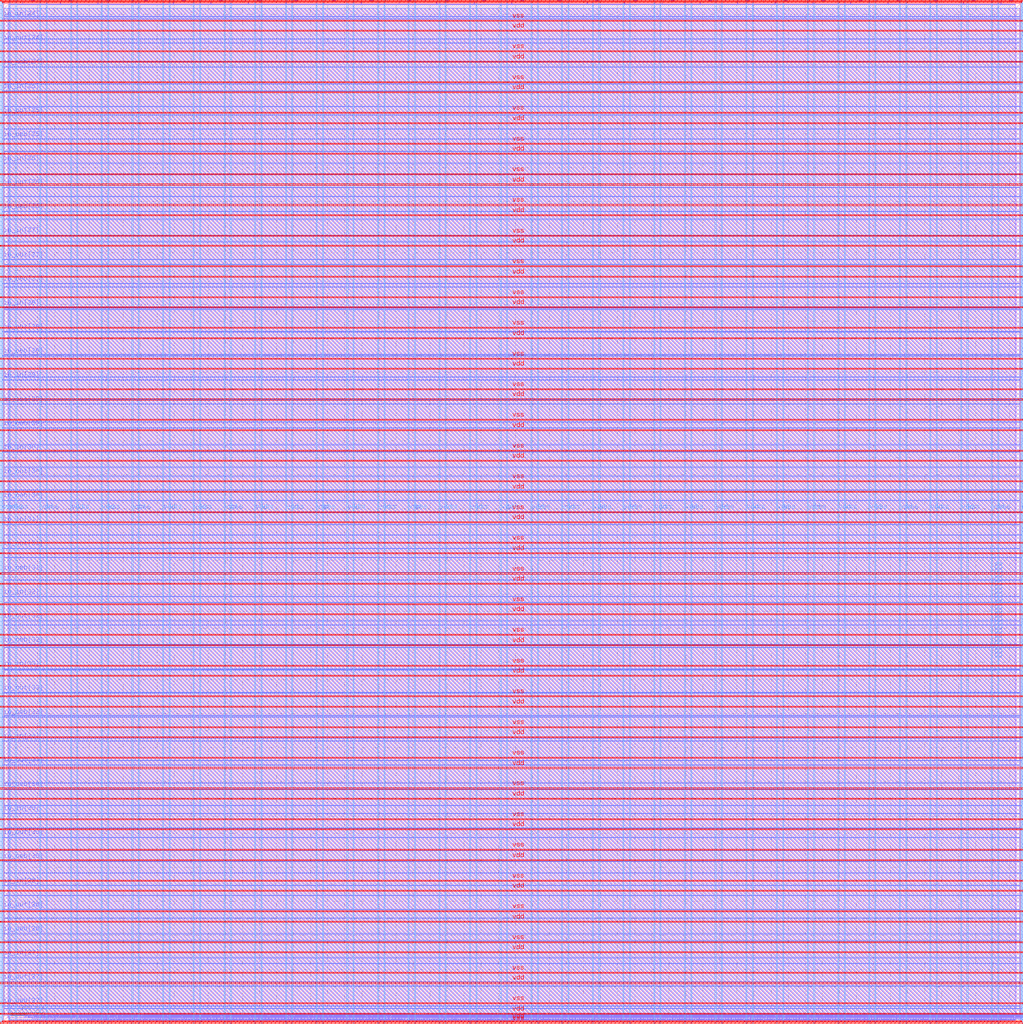
<source format=lef>
VERSION 5.7 ;
  NOWIREEXTENSIONATPIN ON ;
  DIVIDERCHAR "/" ;
  BUSBITCHARS "[]" ;
MACRO user_project_wrapper
  CLASS BLOCK ;
  FOREIGN user_project_wrapper ;
  ORIGIN 0.000 0.000 ;
  SIZE 2980.200 BY 2980.200 ;
  PIN io_in[0]
    DIRECTION INPUT ;
    USE SIGNAL ;
    PORT
      LAYER Metal3 ;
        RECT 2977.800 35.560 2985.000 36.680 ;
    END
  END io_in[0]
  PIN io_in[10]
    DIRECTION INPUT ;
    USE SIGNAL ;
    PORT
      LAYER Metal3 ;
        RECT 2977.800 2017.960 2985.000 2019.080 ;
    END
  END io_in[10]
  PIN io_in[11]
    DIRECTION INPUT ;
    USE SIGNAL ;
    PORT
      LAYER Metal3 ;
        RECT 2977.800 2216.200 2985.000 2217.320 ;
    END
  END io_in[11]
  PIN io_in[12]
    DIRECTION INPUT ;
    USE SIGNAL ;
    PORT
      LAYER Metal3 ;
        RECT 2977.800 2414.440 2985.000 2415.560 ;
    END
  END io_in[12]
  PIN io_in[13]
    DIRECTION INPUT ;
    USE SIGNAL ;
    PORT
      LAYER Metal3 ;
        RECT 2977.800 2612.680 2985.000 2613.800 ;
    END
  END io_in[13]
  PIN io_in[14]
    DIRECTION INPUT ;
    USE SIGNAL ;
    PORT
      LAYER Metal3 ;
        RECT 2977.800 2810.920 2985.000 2812.040 ;
    END
  END io_in[14]
  PIN io_in[15]
    DIRECTION INPUT ;
    USE SIGNAL ;
    PORT
      LAYER Metal2 ;
        RECT 2923.480 2977.800 2924.600 2985.000 ;
    END
  END io_in[15]
  PIN io_in[16]
    DIRECTION INPUT ;
    USE SIGNAL ;
    PORT
      LAYER Metal2 ;
        RECT 2592.520 2977.800 2593.640 2985.000 ;
    END
  END io_in[16]
  PIN io_in[17]
    DIRECTION INPUT ;
    USE SIGNAL ;
    PORT
      LAYER Metal2 ;
        RECT 2261.560 2977.800 2262.680 2985.000 ;
    END
  END io_in[17]
  PIN io_in[18]
    DIRECTION INPUT ;
    USE SIGNAL ;
    PORT
      LAYER Metal2 ;
        RECT 1930.600 2977.800 1931.720 2985.000 ;
    END
  END io_in[18]
  PIN io_in[19]
    DIRECTION INPUT ;
    USE SIGNAL ;
    PORT
      LAYER Metal2 ;
        RECT 1599.640 2977.800 1600.760 2985.000 ;
    END
  END io_in[19]
  PIN io_in[1]
    DIRECTION INPUT ;
    USE SIGNAL ;
    PORT
      LAYER Metal3 ;
        RECT 2977.800 233.800 2985.000 234.920 ;
    END
  END io_in[1]
  PIN io_in[20]
    DIRECTION INPUT ;
    USE SIGNAL ;
    PORT
      LAYER Metal2 ;
        RECT 1268.680 2977.800 1269.800 2985.000 ;
    END
  END io_in[20]
  PIN io_in[21]
    DIRECTION INPUT ;
    USE SIGNAL ;
    PORT
      LAYER Metal2 ;
        RECT 937.720 2977.800 938.840 2985.000 ;
    END
  END io_in[21]
  PIN io_in[22]
    DIRECTION INPUT ;
    USE SIGNAL ;
    PORT
      LAYER Metal2 ;
        RECT 606.760 2977.800 607.880 2985.000 ;
    END
  END io_in[22]
  PIN io_in[23]
    DIRECTION INPUT ;
    USE SIGNAL ;
    PORT
      LAYER Metal2 ;
        RECT 275.800 2977.800 276.920 2985.000 ;
    END
  END io_in[23]
  PIN io_in[24]
    DIRECTION INPUT ;
    USE SIGNAL ;
    PORT
      LAYER Metal3 ;
        RECT -4.800 2935.800 2.400 2936.920 ;
    END
  END io_in[24]
  PIN io_in[25]
    DIRECTION INPUT ;
    USE SIGNAL ;
    PORT
      LAYER Metal3 ;
        RECT -4.800 2724.120 2.400 2725.240 ;
    END
  END io_in[25]
  PIN io_in[26]
    DIRECTION INPUT ;
    USE SIGNAL ;
    PORT
      LAYER Metal3 ;
        RECT -4.800 2512.440 2.400 2513.560 ;
    END
  END io_in[26]
  PIN io_in[27]
    DIRECTION INPUT ;
    USE SIGNAL ;
    PORT
      LAYER Metal3 ;
        RECT -4.800 2300.760 2.400 2301.880 ;
    END
  END io_in[27]
  PIN io_in[28]
    DIRECTION INPUT ;
    USE SIGNAL ;
    PORT
      LAYER Metal3 ;
        RECT -4.800 2089.080 2.400 2090.200 ;
    END
  END io_in[28]
  PIN io_in[29]
    DIRECTION INPUT ;
    USE SIGNAL ;
    PORT
      LAYER Metal3 ;
        RECT -4.800 1877.400 2.400 1878.520 ;
    END
  END io_in[29]
  PIN io_in[2]
    DIRECTION INPUT ;
    USE SIGNAL ;
    PORT
      LAYER Metal3 ;
        RECT 2977.800 432.040 2985.000 433.160 ;
    END
  END io_in[2]
  PIN io_in[30]
    DIRECTION INPUT ;
    USE SIGNAL ;
    PORT
      LAYER Metal3 ;
        RECT -4.800 1665.720 2.400 1666.840 ;
    END
  END io_in[30]
  PIN io_in[31]
    DIRECTION INPUT ;
    USE SIGNAL ;
    PORT
      LAYER Metal3 ;
        RECT -4.800 1454.040 2.400 1455.160 ;
    END
  END io_in[31]
  PIN io_in[32]
    DIRECTION INPUT ;
    USE SIGNAL ;
    PORT
      LAYER Metal3 ;
        RECT -4.800 1242.360 2.400 1243.480 ;
    END
  END io_in[32]
  PIN io_in[33]
    DIRECTION INPUT ;
    USE SIGNAL ;
    PORT
      LAYER Metal3 ;
        RECT -4.800 1030.680 2.400 1031.800 ;
    END
  END io_in[33]
  PIN io_in[34]
    DIRECTION INPUT ;
    USE SIGNAL ;
    PORT
      LAYER Metal3 ;
        RECT -4.800 819.000 2.400 820.120 ;
    END
  END io_in[34]
  PIN io_in[35]
    DIRECTION INPUT ;
    USE SIGNAL ;
    PORT
      LAYER Metal3 ;
        RECT -4.800 607.320 2.400 608.440 ;
    END
  END io_in[35]
  PIN io_in[36]
    DIRECTION INPUT ;
    USE SIGNAL ;
    PORT
      LAYER Metal3 ;
        RECT -4.800 395.640 2.400 396.760 ;
    END
  END io_in[36]
  PIN io_in[37]
    DIRECTION INPUT ;
    USE SIGNAL ;
    PORT
      LAYER Metal3 ;
        RECT -4.800 183.960 2.400 185.080 ;
    END
  END io_in[37]
  PIN io_in[3]
    DIRECTION INPUT ;
    USE SIGNAL ;
    PORT
      LAYER Metal3 ;
        RECT 2977.800 630.280 2985.000 631.400 ;
    END
  END io_in[3]
  PIN io_in[4]
    DIRECTION INPUT ;
    USE SIGNAL ;
    PORT
      LAYER Metal3 ;
        RECT 2977.800 828.520 2985.000 829.640 ;
    END
  END io_in[4]
  PIN io_in[5]
    DIRECTION INPUT ;
    USE SIGNAL ;
    PORT
      LAYER Metal3 ;
        RECT 2977.800 1026.760 2985.000 1027.880 ;
    END
  END io_in[5]
  PIN io_in[6]
    DIRECTION INPUT ;
    USE SIGNAL ;
    PORT
      LAYER Metal3 ;
        RECT 2977.800 1225.000 2985.000 1226.120 ;
    END
  END io_in[6]
  PIN io_in[7]
    DIRECTION INPUT ;
    USE SIGNAL ;
    PORT
      LAYER Metal3 ;
        RECT 2977.800 1423.240 2985.000 1424.360 ;
    END
  END io_in[7]
  PIN io_in[8]
    DIRECTION INPUT ;
    USE SIGNAL ;
    PORT
      LAYER Metal3 ;
        RECT 2977.800 1621.480 2985.000 1622.600 ;
    END
  END io_in[8]
  PIN io_in[9]
    DIRECTION INPUT ;
    USE SIGNAL ;
    PORT
      LAYER Metal3 ;
        RECT 2977.800 1819.720 2985.000 1820.840 ;
    END
  END io_in[9]
  PIN io_oeb[0]
    DIRECTION OUTPUT TRISTATE ;
    USE SIGNAL ;
    PORT
      LAYER Metal3 ;
        RECT 2977.800 167.720 2985.000 168.840 ;
    END
  END io_oeb[0]
  PIN io_oeb[10]
    DIRECTION OUTPUT TRISTATE ;
    USE SIGNAL ;
    PORT
      LAYER Metal3 ;
        RECT 2977.800 2150.120 2985.000 2151.240 ;
    END
  END io_oeb[10]
  PIN io_oeb[11]
    DIRECTION OUTPUT TRISTATE ;
    USE SIGNAL ;
    PORT
      LAYER Metal3 ;
        RECT 2977.800 2348.360 2985.000 2349.480 ;
    END
  END io_oeb[11]
  PIN io_oeb[12]
    DIRECTION OUTPUT TRISTATE ;
    USE SIGNAL ;
    PORT
      LAYER Metal3 ;
        RECT 2977.800 2546.600 2985.000 2547.720 ;
    END
  END io_oeb[12]
  PIN io_oeb[13]
    DIRECTION OUTPUT TRISTATE ;
    USE SIGNAL ;
    PORT
      LAYER Metal3 ;
        RECT 2977.800 2744.840 2985.000 2745.960 ;
    END
  END io_oeb[13]
  PIN io_oeb[14]
    DIRECTION OUTPUT TRISTATE ;
    USE SIGNAL ;
    PORT
      LAYER Metal3 ;
        RECT 2977.800 2943.080 2985.000 2944.200 ;
    END
  END io_oeb[14]
  PIN io_oeb[15]
    DIRECTION OUTPUT TRISTATE ;
    USE SIGNAL ;
    PORT
      LAYER Metal2 ;
        RECT 2702.840 2977.800 2703.960 2985.000 ;
    END
  END io_oeb[15]
  PIN io_oeb[16]
    DIRECTION OUTPUT TRISTATE ;
    USE SIGNAL ;
    PORT
      LAYER Metal2 ;
        RECT 2371.880 2977.800 2373.000 2985.000 ;
    END
  END io_oeb[16]
  PIN io_oeb[17]
    DIRECTION OUTPUT TRISTATE ;
    USE SIGNAL ;
    PORT
      LAYER Metal2 ;
        RECT 2040.920 2977.800 2042.040 2985.000 ;
    END
  END io_oeb[17]
  PIN io_oeb[18]
    DIRECTION OUTPUT TRISTATE ;
    USE SIGNAL ;
    PORT
      LAYER Metal2 ;
        RECT 1709.960 2977.800 1711.080 2985.000 ;
    END
  END io_oeb[18]
  PIN io_oeb[19]
    DIRECTION OUTPUT TRISTATE ;
    USE SIGNAL ;
    PORT
      LAYER Metal2 ;
        RECT 1379.000 2977.800 1380.120 2985.000 ;
    END
  END io_oeb[19]
  PIN io_oeb[1]
    DIRECTION OUTPUT TRISTATE ;
    USE SIGNAL ;
    PORT
      LAYER Metal3 ;
        RECT 2977.800 365.960 2985.000 367.080 ;
    END
  END io_oeb[1]
  PIN io_oeb[20]
    DIRECTION OUTPUT TRISTATE ;
    USE SIGNAL ;
    PORT
      LAYER Metal2 ;
        RECT 1048.040 2977.800 1049.160 2985.000 ;
    END
  END io_oeb[20]
  PIN io_oeb[21]
    DIRECTION OUTPUT TRISTATE ;
    USE SIGNAL ;
    PORT
      LAYER Metal2 ;
        RECT 717.080 2977.800 718.200 2985.000 ;
    END
  END io_oeb[21]
  PIN io_oeb[22]
    DIRECTION OUTPUT TRISTATE ;
    USE SIGNAL ;
    PORT
      LAYER Metal2 ;
        RECT 386.120 2977.800 387.240 2985.000 ;
    END
  END io_oeb[22]
  PIN io_oeb[23]
    DIRECTION OUTPUT TRISTATE ;
    USE SIGNAL ;
    PORT
      LAYER Metal2 ;
        RECT 55.160 2977.800 56.280 2985.000 ;
    END
  END io_oeb[23]
  PIN io_oeb[24]
    DIRECTION OUTPUT TRISTATE ;
    USE SIGNAL ;
    PORT
      LAYER Metal3 ;
        RECT -4.800 2794.680 2.400 2795.800 ;
    END
  END io_oeb[24]
  PIN io_oeb[25]
    DIRECTION OUTPUT TRISTATE ;
    USE SIGNAL ;
    PORT
      LAYER Metal3 ;
        RECT -4.800 2583.000 2.400 2584.120 ;
    END
  END io_oeb[25]
  PIN io_oeb[26]
    DIRECTION OUTPUT TRISTATE ;
    USE SIGNAL ;
    PORT
      LAYER Metal3 ;
        RECT -4.800 2371.320 2.400 2372.440 ;
    END
  END io_oeb[26]
  PIN io_oeb[27]
    DIRECTION OUTPUT TRISTATE ;
    USE SIGNAL ;
    PORT
      LAYER Metal3 ;
        RECT -4.800 2159.640 2.400 2160.760 ;
    END
  END io_oeb[27]
  PIN io_oeb[28]
    DIRECTION OUTPUT TRISTATE ;
    USE SIGNAL ;
    PORT
      LAYER Metal3 ;
        RECT -4.800 1947.960 2.400 1949.080 ;
    END
  END io_oeb[28]
  PIN io_oeb[29]
    DIRECTION OUTPUT TRISTATE ;
    USE SIGNAL ;
    PORT
      LAYER Metal3 ;
        RECT -4.800 1736.280 2.400 1737.400 ;
    END
  END io_oeb[29]
  PIN io_oeb[2]
    DIRECTION OUTPUT TRISTATE ;
    USE SIGNAL ;
    PORT
      LAYER Metal3 ;
        RECT 2977.800 564.200 2985.000 565.320 ;
    END
  END io_oeb[2]
  PIN io_oeb[30]
    DIRECTION OUTPUT TRISTATE ;
    USE SIGNAL ;
    PORT
      LAYER Metal3 ;
        RECT -4.800 1524.600 2.400 1525.720 ;
    END
  END io_oeb[30]
  PIN io_oeb[31]
    DIRECTION OUTPUT TRISTATE ;
    USE SIGNAL ;
    PORT
      LAYER Metal3 ;
        RECT -4.800 1312.920 2.400 1314.040 ;
    END
  END io_oeb[31]
  PIN io_oeb[32]
    DIRECTION OUTPUT TRISTATE ;
    USE SIGNAL ;
    PORT
      LAYER Metal3 ;
        RECT -4.800 1101.240 2.400 1102.360 ;
    END
  END io_oeb[32]
  PIN io_oeb[33]
    DIRECTION OUTPUT TRISTATE ;
    USE SIGNAL ;
    PORT
      LAYER Metal3 ;
        RECT -4.800 889.560 2.400 890.680 ;
    END
  END io_oeb[33]
  PIN io_oeb[34]
    DIRECTION OUTPUT TRISTATE ;
    USE SIGNAL ;
    PORT
      LAYER Metal3 ;
        RECT -4.800 677.880 2.400 679.000 ;
    END
  END io_oeb[34]
  PIN io_oeb[35]
    DIRECTION OUTPUT TRISTATE ;
    USE SIGNAL ;
    PORT
      LAYER Metal3 ;
        RECT -4.800 466.200 2.400 467.320 ;
    END
  END io_oeb[35]
  PIN io_oeb[36]
    DIRECTION OUTPUT TRISTATE ;
    USE SIGNAL ;
    PORT
      LAYER Metal3 ;
        RECT -4.800 254.520 2.400 255.640 ;
    END
  END io_oeb[36]
  PIN io_oeb[37]
    DIRECTION OUTPUT TRISTATE ;
    USE SIGNAL ;
    PORT
      LAYER Metal3 ;
        RECT -4.800 42.840 2.400 43.960 ;
    END
  END io_oeb[37]
  PIN io_oeb[3]
    DIRECTION OUTPUT TRISTATE ;
    USE SIGNAL ;
    PORT
      LAYER Metal3 ;
        RECT 2977.800 762.440 2985.000 763.560 ;
    END
  END io_oeb[3]
  PIN io_oeb[4]
    DIRECTION OUTPUT TRISTATE ;
    USE SIGNAL ;
    PORT
      LAYER Metal3 ;
        RECT 2977.800 960.680 2985.000 961.800 ;
    END
  END io_oeb[4]
  PIN io_oeb[5]
    DIRECTION OUTPUT TRISTATE ;
    USE SIGNAL ;
    PORT
      LAYER Metal3 ;
        RECT 2977.800 1158.920 2985.000 1160.040 ;
    END
  END io_oeb[5]
  PIN io_oeb[6]
    DIRECTION OUTPUT TRISTATE ;
    USE SIGNAL ;
    PORT
      LAYER Metal3 ;
        RECT 2977.800 1357.160 2985.000 1358.280 ;
    END
  END io_oeb[6]
  PIN io_oeb[7]
    DIRECTION OUTPUT TRISTATE ;
    USE SIGNAL ;
    PORT
      LAYER Metal3 ;
        RECT 2977.800 1555.400 2985.000 1556.520 ;
    END
  END io_oeb[7]
  PIN io_oeb[8]
    DIRECTION OUTPUT TRISTATE ;
    USE SIGNAL ;
    PORT
      LAYER Metal3 ;
        RECT 2977.800 1753.640 2985.000 1754.760 ;
    END
  END io_oeb[8]
  PIN io_oeb[9]
    DIRECTION OUTPUT TRISTATE ;
    USE SIGNAL ;
    PORT
      LAYER Metal3 ;
        RECT 2977.800 1951.880 2985.000 1953.000 ;
    END
  END io_oeb[9]
  PIN io_out[0]
    DIRECTION OUTPUT TRISTATE ;
    USE SIGNAL ;
    PORT
      LAYER Metal3 ;
        RECT 2977.800 101.640 2985.000 102.760 ;
    END
  END io_out[0]
  PIN io_out[10]
    DIRECTION OUTPUT TRISTATE ;
    USE SIGNAL ;
    PORT
      LAYER Metal3 ;
        RECT 2977.800 2084.040 2985.000 2085.160 ;
    END
  END io_out[10]
  PIN io_out[11]
    DIRECTION OUTPUT TRISTATE ;
    USE SIGNAL ;
    PORT
      LAYER Metal3 ;
        RECT 2977.800 2282.280 2985.000 2283.400 ;
    END
  END io_out[11]
  PIN io_out[12]
    DIRECTION OUTPUT TRISTATE ;
    USE SIGNAL ;
    PORT
      LAYER Metal3 ;
        RECT 2977.800 2480.520 2985.000 2481.640 ;
    END
  END io_out[12]
  PIN io_out[13]
    DIRECTION OUTPUT TRISTATE ;
    USE SIGNAL ;
    PORT
      LAYER Metal3 ;
        RECT 2977.800 2678.760 2985.000 2679.880 ;
    END
  END io_out[13]
  PIN io_out[14]
    DIRECTION OUTPUT TRISTATE ;
    USE SIGNAL ;
    PORT
      LAYER Metal3 ;
        RECT 2977.800 2877.000 2985.000 2878.120 ;
    END
  END io_out[14]
  PIN io_out[15]
    DIRECTION OUTPUT TRISTATE ;
    USE SIGNAL ;
    PORT
      LAYER Metal2 ;
        RECT 2813.160 2977.800 2814.280 2985.000 ;
    END
  END io_out[15]
  PIN io_out[16]
    DIRECTION OUTPUT TRISTATE ;
    USE SIGNAL ;
    PORT
      LAYER Metal2 ;
        RECT 2482.200 2977.800 2483.320 2985.000 ;
    END
  END io_out[16]
  PIN io_out[17]
    DIRECTION OUTPUT TRISTATE ;
    USE SIGNAL ;
    PORT
      LAYER Metal2 ;
        RECT 2151.240 2977.800 2152.360 2985.000 ;
    END
  END io_out[17]
  PIN io_out[18]
    DIRECTION OUTPUT TRISTATE ;
    USE SIGNAL ;
    PORT
      LAYER Metal2 ;
        RECT 1820.280 2977.800 1821.400 2985.000 ;
    END
  END io_out[18]
  PIN io_out[19]
    DIRECTION OUTPUT TRISTATE ;
    USE SIGNAL ;
    PORT
      LAYER Metal2 ;
        RECT 1489.320 2977.800 1490.440 2985.000 ;
    END
  END io_out[19]
  PIN io_out[1]
    DIRECTION OUTPUT TRISTATE ;
    USE SIGNAL ;
    PORT
      LAYER Metal3 ;
        RECT 2977.800 299.880 2985.000 301.000 ;
    END
  END io_out[1]
  PIN io_out[20]
    DIRECTION OUTPUT TRISTATE ;
    USE SIGNAL ;
    PORT
      LAYER Metal2 ;
        RECT 1158.360 2977.800 1159.480 2985.000 ;
    END
  END io_out[20]
  PIN io_out[21]
    DIRECTION OUTPUT TRISTATE ;
    USE SIGNAL ;
    PORT
      LAYER Metal2 ;
        RECT 827.400 2977.800 828.520 2985.000 ;
    END
  END io_out[21]
  PIN io_out[22]
    DIRECTION OUTPUT TRISTATE ;
    USE SIGNAL ;
    PORT
      LAYER Metal2 ;
        RECT 496.440 2977.800 497.560 2985.000 ;
    END
  END io_out[22]
  PIN io_out[23]
    DIRECTION OUTPUT TRISTATE ;
    USE SIGNAL ;
    PORT
      LAYER Metal2 ;
        RECT 165.480 2977.800 166.600 2985.000 ;
    END
  END io_out[23]
  PIN io_out[24]
    DIRECTION OUTPUT TRISTATE ;
    USE SIGNAL ;
    PORT
      LAYER Metal3 ;
        RECT -4.800 2865.240 2.400 2866.360 ;
    END
  END io_out[24]
  PIN io_out[25]
    DIRECTION OUTPUT TRISTATE ;
    USE SIGNAL ;
    PORT
      LAYER Metal3 ;
        RECT -4.800 2653.560 2.400 2654.680 ;
    END
  END io_out[25]
  PIN io_out[26]
    DIRECTION OUTPUT TRISTATE ;
    USE SIGNAL ;
    PORT
      LAYER Metal3 ;
        RECT -4.800 2441.880 2.400 2443.000 ;
    END
  END io_out[26]
  PIN io_out[27]
    DIRECTION OUTPUT TRISTATE ;
    USE SIGNAL ;
    PORT
      LAYER Metal3 ;
        RECT -4.800 2230.200 2.400 2231.320 ;
    END
  END io_out[27]
  PIN io_out[28]
    DIRECTION OUTPUT TRISTATE ;
    USE SIGNAL ;
    PORT
      LAYER Metal3 ;
        RECT -4.800 2018.520 2.400 2019.640 ;
    END
  END io_out[28]
  PIN io_out[29]
    DIRECTION OUTPUT TRISTATE ;
    USE SIGNAL ;
    PORT
      LAYER Metal3 ;
        RECT -4.800 1806.840 2.400 1807.960 ;
    END
  END io_out[29]
  PIN io_out[2]
    DIRECTION OUTPUT TRISTATE ;
    USE SIGNAL ;
    PORT
      LAYER Metal3 ;
        RECT 2977.800 498.120 2985.000 499.240 ;
    END
  END io_out[2]
  PIN io_out[30]
    DIRECTION OUTPUT TRISTATE ;
    USE SIGNAL ;
    PORT
      LAYER Metal3 ;
        RECT -4.800 1595.160 2.400 1596.280 ;
    END
  END io_out[30]
  PIN io_out[31]
    DIRECTION OUTPUT TRISTATE ;
    USE SIGNAL ;
    PORT
      LAYER Metal3 ;
        RECT -4.800 1383.480 2.400 1384.600 ;
    END
  END io_out[31]
  PIN io_out[32]
    DIRECTION OUTPUT TRISTATE ;
    USE SIGNAL ;
    PORT
      LAYER Metal3 ;
        RECT -4.800 1171.800 2.400 1172.920 ;
    END
  END io_out[32]
  PIN io_out[33]
    DIRECTION OUTPUT TRISTATE ;
    USE SIGNAL ;
    PORT
      LAYER Metal3 ;
        RECT -4.800 960.120 2.400 961.240 ;
    END
  END io_out[33]
  PIN io_out[34]
    DIRECTION OUTPUT TRISTATE ;
    USE SIGNAL ;
    PORT
      LAYER Metal3 ;
        RECT -4.800 748.440 2.400 749.560 ;
    END
  END io_out[34]
  PIN io_out[35]
    DIRECTION OUTPUT TRISTATE ;
    USE SIGNAL ;
    PORT
      LAYER Metal3 ;
        RECT -4.800 536.760 2.400 537.880 ;
    END
  END io_out[35]
  PIN io_out[36]
    DIRECTION OUTPUT TRISTATE ;
    USE SIGNAL ;
    PORT
      LAYER Metal3 ;
        RECT -4.800 325.080 2.400 326.200 ;
    END
  END io_out[36]
  PIN io_out[37]
    DIRECTION OUTPUT TRISTATE ;
    USE SIGNAL ;
    PORT
      LAYER Metal3 ;
        RECT -4.800 113.400 2.400 114.520 ;
    END
  END io_out[37]
  PIN io_out[3]
    DIRECTION OUTPUT TRISTATE ;
    USE SIGNAL ;
    PORT
      LAYER Metal3 ;
        RECT 2977.800 696.360 2985.000 697.480 ;
    END
  END io_out[3]
  PIN io_out[4]
    DIRECTION OUTPUT TRISTATE ;
    USE SIGNAL ;
    PORT
      LAYER Metal3 ;
        RECT 2977.800 894.600 2985.000 895.720 ;
    END
  END io_out[4]
  PIN io_out[5]
    DIRECTION OUTPUT TRISTATE ;
    USE SIGNAL ;
    PORT
      LAYER Metal3 ;
        RECT 2977.800 1092.840 2985.000 1093.960 ;
    END
  END io_out[5]
  PIN io_out[6]
    DIRECTION OUTPUT TRISTATE ;
    USE SIGNAL ;
    PORT
      LAYER Metal3 ;
        RECT 2977.800 1291.080 2985.000 1292.200 ;
    END
  END io_out[6]
  PIN io_out[7]
    DIRECTION OUTPUT TRISTATE ;
    USE SIGNAL ;
    PORT
      LAYER Metal3 ;
        RECT 2977.800 1489.320 2985.000 1490.440 ;
    END
  END io_out[7]
  PIN io_out[8]
    DIRECTION OUTPUT TRISTATE ;
    USE SIGNAL ;
    PORT
      LAYER Metal3 ;
        RECT 2977.800 1687.560 2985.000 1688.680 ;
    END
  END io_out[8]
  PIN io_out[9]
    DIRECTION OUTPUT TRISTATE ;
    USE SIGNAL ;
    PORT
      LAYER Metal3 ;
        RECT 2977.800 1885.800 2985.000 1886.920 ;
    END
  END io_out[9]
  PIN la_data_in[0]
    DIRECTION INPUT ;
    USE SIGNAL ;
    PORT
      LAYER Metal2 ;
        RECT 1065.960 -4.800 1067.080 2.400 ;
    END
  END la_data_in[0]
  PIN la_data_in[10]
    DIRECTION INPUT ;
    USE SIGNAL ;
    PORT
      LAYER Metal2 ;
        RECT 1351.560 -4.800 1352.680 2.400 ;
    END
  END la_data_in[10]
  PIN la_data_in[11]
    DIRECTION INPUT ;
    USE SIGNAL ;
    PORT
      LAYER Metal2 ;
        RECT 1380.120 -4.800 1381.240 2.400 ;
    END
  END la_data_in[11]
  PIN la_data_in[12]
    DIRECTION INPUT ;
    USE SIGNAL ;
    PORT
      LAYER Metal2 ;
        RECT 1408.680 -4.800 1409.800 2.400 ;
    END
  END la_data_in[12]
  PIN la_data_in[13]
    DIRECTION INPUT ;
    USE SIGNAL ;
    PORT
      LAYER Metal2 ;
        RECT 1437.240 -4.800 1438.360 2.400 ;
    END
  END la_data_in[13]
  PIN la_data_in[14]
    DIRECTION INPUT ;
    USE SIGNAL ;
    PORT
      LAYER Metal2 ;
        RECT 1465.800 -4.800 1466.920 2.400 ;
    END
  END la_data_in[14]
  PIN la_data_in[15]
    DIRECTION INPUT ;
    USE SIGNAL ;
    PORT
      LAYER Metal2 ;
        RECT 1494.360 -4.800 1495.480 2.400 ;
    END
  END la_data_in[15]
  PIN la_data_in[16]
    DIRECTION INPUT ;
    USE SIGNAL ;
    PORT
      LAYER Metal2 ;
        RECT 1522.920 -4.800 1524.040 2.400 ;
    END
  END la_data_in[16]
  PIN la_data_in[17]
    DIRECTION INPUT ;
    USE SIGNAL ;
    PORT
      LAYER Metal2 ;
        RECT 1551.480 -4.800 1552.600 2.400 ;
    END
  END la_data_in[17]
  PIN la_data_in[18]
    DIRECTION INPUT ;
    USE SIGNAL ;
    PORT
      LAYER Metal2 ;
        RECT 1580.040 -4.800 1581.160 2.400 ;
    END
  END la_data_in[18]
  PIN la_data_in[19]
    DIRECTION INPUT ;
    USE SIGNAL ;
    PORT
      LAYER Metal2 ;
        RECT 1608.600 -4.800 1609.720 2.400 ;
    END
  END la_data_in[19]
  PIN la_data_in[1]
    DIRECTION INPUT ;
    USE SIGNAL ;
    PORT
      LAYER Metal2 ;
        RECT 1094.520 -4.800 1095.640 2.400 ;
    END
  END la_data_in[1]
  PIN la_data_in[20]
    DIRECTION INPUT ;
    USE SIGNAL ;
    PORT
      LAYER Metal2 ;
        RECT 1637.160 -4.800 1638.280 2.400 ;
    END
  END la_data_in[20]
  PIN la_data_in[21]
    DIRECTION INPUT ;
    USE SIGNAL ;
    PORT
      LAYER Metal2 ;
        RECT 1665.720 -4.800 1666.840 2.400 ;
    END
  END la_data_in[21]
  PIN la_data_in[22]
    DIRECTION INPUT ;
    USE SIGNAL ;
    PORT
      LAYER Metal2 ;
        RECT 1694.280 -4.800 1695.400 2.400 ;
    END
  END la_data_in[22]
  PIN la_data_in[23]
    DIRECTION INPUT ;
    USE SIGNAL ;
    PORT
      LAYER Metal2 ;
        RECT 1722.840 -4.800 1723.960 2.400 ;
    END
  END la_data_in[23]
  PIN la_data_in[24]
    DIRECTION INPUT ;
    USE SIGNAL ;
    PORT
      LAYER Metal2 ;
        RECT 1751.400 -4.800 1752.520 2.400 ;
    END
  END la_data_in[24]
  PIN la_data_in[25]
    DIRECTION INPUT ;
    USE SIGNAL ;
    PORT
      LAYER Metal2 ;
        RECT 1779.960 -4.800 1781.080 2.400 ;
    END
  END la_data_in[25]
  PIN la_data_in[26]
    DIRECTION INPUT ;
    USE SIGNAL ;
    PORT
      LAYER Metal2 ;
        RECT 1808.520 -4.800 1809.640 2.400 ;
    END
  END la_data_in[26]
  PIN la_data_in[27]
    DIRECTION INPUT ;
    USE SIGNAL ;
    PORT
      LAYER Metal2 ;
        RECT 1837.080 -4.800 1838.200 2.400 ;
    END
  END la_data_in[27]
  PIN la_data_in[28]
    DIRECTION INPUT ;
    USE SIGNAL ;
    PORT
      LAYER Metal2 ;
        RECT 1865.640 -4.800 1866.760 2.400 ;
    END
  END la_data_in[28]
  PIN la_data_in[29]
    DIRECTION INPUT ;
    USE SIGNAL ;
    PORT
      LAYER Metal2 ;
        RECT 1894.200 -4.800 1895.320 2.400 ;
    END
  END la_data_in[29]
  PIN la_data_in[2]
    DIRECTION INPUT ;
    USE SIGNAL ;
    PORT
      LAYER Metal2 ;
        RECT 1123.080 -4.800 1124.200 2.400 ;
    END
  END la_data_in[2]
  PIN la_data_in[30]
    DIRECTION INPUT ;
    USE SIGNAL ;
    PORT
      LAYER Metal2 ;
        RECT 1922.760 -4.800 1923.880 2.400 ;
    END
  END la_data_in[30]
  PIN la_data_in[31]
    DIRECTION INPUT ;
    USE SIGNAL ;
    PORT
      LAYER Metal2 ;
        RECT 1951.320 -4.800 1952.440 2.400 ;
    END
  END la_data_in[31]
  PIN la_data_in[32]
    DIRECTION INPUT ;
    USE SIGNAL ;
    PORT
      LAYER Metal2 ;
        RECT 1979.880 -4.800 1981.000 2.400 ;
    END
  END la_data_in[32]
  PIN la_data_in[33]
    DIRECTION INPUT ;
    USE SIGNAL ;
    PORT
      LAYER Metal2 ;
        RECT 2008.440 -4.800 2009.560 2.400 ;
    END
  END la_data_in[33]
  PIN la_data_in[34]
    DIRECTION INPUT ;
    USE SIGNAL ;
    PORT
      LAYER Metal2 ;
        RECT 2037.000 -4.800 2038.120 2.400 ;
    END
  END la_data_in[34]
  PIN la_data_in[35]
    DIRECTION INPUT ;
    USE SIGNAL ;
    PORT
      LAYER Metal2 ;
        RECT 2065.560 -4.800 2066.680 2.400 ;
    END
  END la_data_in[35]
  PIN la_data_in[36]
    DIRECTION INPUT ;
    USE SIGNAL ;
    PORT
      LAYER Metal2 ;
        RECT 2094.120 -4.800 2095.240 2.400 ;
    END
  END la_data_in[36]
  PIN la_data_in[37]
    DIRECTION INPUT ;
    USE SIGNAL ;
    PORT
      LAYER Metal2 ;
        RECT 2122.680 -4.800 2123.800 2.400 ;
    END
  END la_data_in[37]
  PIN la_data_in[38]
    DIRECTION INPUT ;
    USE SIGNAL ;
    PORT
      LAYER Metal2 ;
        RECT 2151.240 -4.800 2152.360 2.400 ;
    END
  END la_data_in[38]
  PIN la_data_in[39]
    DIRECTION INPUT ;
    USE SIGNAL ;
    PORT
      LAYER Metal2 ;
        RECT 2179.800 -4.800 2180.920 2.400 ;
    END
  END la_data_in[39]
  PIN la_data_in[3]
    DIRECTION INPUT ;
    USE SIGNAL ;
    PORT
      LAYER Metal2 ;
        RECT 1151.640 -4.800 1152.760 2.400 ;
    END
  END la_data_in[3]
  PIN la_data_in[40]
    DIRECTION INPUT ;
    USE SIGNAL ;
    PORT
      LAYER Metal2 ;
        RECT 2208.360 -4.800 2209.480 2.400 ;
    END
  END la_data_in[40]
  PIN la_data_in[41]
    DIRECTION INPUT ;
    USE SIGNAL ;
    PORT
      LAYER Metal2 ;
        RECT 2236.920 -4.800 2238.040 2.400 ;
    END
  END la_data_in[41]
  PIN la_data_in[42]
    DIRECTION INPUT ;
    USE SIGNAL ;
    PORT
      LAYER Metal2 ;
        RECT 2265.480 -4.800 2266.600 2.400 ;
    END
  END la_data_in[42]
  PIN la_data_in[43]
    DIRECTION INPUT ;
    USE SIGNAL ;
    PORT
      LAYER Metal2 ;
        RECT 2294.040 -4.800 2295.160 2.400 ;
    END
  END la_data_in[43]
  PIN la_data_in[44]
    DIRECTION INPUT ;
    USE SIGNAL ;
    PORT
      LAYER Metal2 ;
        RECT 2322.600 -4.800 2323.720 2.400 ;
    END
  END la_data_in[44]
  PIN la_data_in[45]
    DIRECTION INPUT ;
    USE SIGNAL ;
    PORT
      LAYER Metal2 ;
        RECT 2351.160 -4.800 2352.280 2.400 ;
    END
  END la_data_in[45]
  PIN la_data_in[46]
    DIRECTION INPUT ;
    USE SIGNAL ;
    PORT
      LAYER Metal2 ;
        RECT 2379.720 -4.800 2380.840 2.400 ;
    END
  END la_data_in[46]
  PIN la_data_in[47]
    DIRECTION INPUT ;
    USE SIGNAL ;
    PORT
      LAYER Metal2 ;
        RECT 2408.280 -4.800 2409.400 2.400 ;
    END
  END la_data_in[47]
  PIN la_data_in[48]
    DIRECTION INPUT ;
    USE SIGNAL ;
    PORT
      LAYER Metal2 ;
        RECT 2436.840 -4.800 2437.960 2.400 ;
    END
  END la_data_in[48]
  PIN la_data_in[49]
    DIRECTION INPUT ;
    USE SIGNAL ;
    PORT
      LAYER Metal2 ;
        RECT 2465.400 -4.800 2466.520 2.400 ;
    END
  END la_data_in[49]
  PIN la_data_in[4]
    DIRECTION INPUT ;
    USE SIGNAL ;
    PORT
      LAYER Metal2 ;
        RECT 1180.200 -4.800 1181.320 2.400 ;
    END
  END la_data_in[4]
  PIN la_data_in[50]
    DIRECTION INPUT ;
    USE SIGNAL ;
    PORT
      LAYER Metal2 ;
        RECT 2493.960 -4.800 2495.080 2.400 ;
    END
  END la_data_in[50]
  PIN la_data_in[51]
    DIRECTION INPUT ;
    USE SIGNAL ;
    PORT
      LAYER Metal2 ;
        RECT 2522.520 -4.800 2523.640 2.400 ;
    END
  END la_data_in[51]
  PIN la_data_in[52]
    DIRECTION INPUT ;
    USE SIGNAL ;
    PORT
      LAYER Metal2 ;
        RECT 2551.080 -4.800 2552.200 2.400 ;
    END
  END la_data_in[52]
  PIN la_data_in[53]
    DIRECTION INPUT ;
    USE SIGNAL ;
    PORT
      LAYER Metal2 ;
        RECT 2579.640 -4.800 2580.760 2.400 ;
    END
  END la_data_in[53]
  PIN la_data_in[54]
    DIRECTION INPUT ;
    USE SIGNAL ;
    PORT
      LAYER Metal2 ;
        RECT 2608.200 -4.800 2609.320 2.400 ;
    END
  END la_data_in[54]
  PIN la_data_in[55]
    DIRECTION INPUT ;
    USE SIGNAL ;
    PORT
      LAYER Metal2 ;
        RECT 2636.760 -4.800 2637.880 2.400 ;
    END
  END la_data_in[55]
  PIN la_data_in[56]
    DIRECTION INPUT ;
    USE SIGNAL ;
    PORT
      LAYER Metal2 ;
        RECT 2665.320 -4.800 2666.440 2.400 ;
    END
  END la_data_in[56]
  PIN la_data_in[57]
    DIRECTION INPUT ;
    USE SIGNAL ;
    PORT
      LAYER Metal2 ;
        RECT 2693.880 -4.800 2695.000 2.400 ;
    END
  END la_data_in[57]
  PIN la_data_in[58]
    DIRECTION INPUT ;
    USE SIGNAL ;
    PORT
      LAYER Metal2 ;
        RECT 2722.440 -4.800 2723.560 2.400 ;
    END
  END la_data_in[58]
  PIN la_data_in[59]
    DIRECTION INPUT ;
    USE SIGNAL ;
    PORT
      LAYER Metal2 ;
        RECT 2751.000 -4.800 2752.120 2.400 ;
    END
  END la_data_in[59]
  PIN la_data_in[5]
    DIRECTION INPUT ;
    USE SIGNAL ;
    PORT
      LAYER Metal2 ;
        RECT 1208.760 -4.800 1209.880 2.400 ;
    END
  END la_data_in[5]
  PIN la_data_in[60]
    DIRECTION INPUT ;
    USE SIGNAL ;
    PORT
      LAYER Metal2 ;
        RECT 2779.560 -4.800 2780.680 2.400 ;
    END
  END la_data_in[60]
  PIN la_data_in[61]
    DIRECTION INPUT ;
    USE SIGNAL ;
    PORT
      LAYER Metal2 ;
        RECT 2808.120 -4.800 2809.240 2.400 ;
    END
  END la_data_in[61]
  PIN la_data_in[62]
    DIRECTION INPUT ;
    USE SIGNAL ;
    PORT
      LAYER Metal2 ;
        RECT 2836.680 -4.800 2837.800 2.400 ;
    END
  END la_data_in[62]
  PIN la_data_in[63]
    DIRECTION INPUT ;
    USE SIGNAL ;
    PORT
      LAYER Metal2 ;
        RECT 2865.240 -4.800 2866.360 2.400 ;
    END
  END la_data_in[63]
  PIN la_data_in[6]
    DIRECTION INPUT ;
    USE SIGNAL ;
    PORT
      LAYER Metal2 ;
        RECT 1237.320 -4.800 1238.440 2.400 ;
    END
  END la_data_in[6]
  PIN la_data_in[7]
    DIRECTION INPUT ;
    USE SIGNAL ;
    PORT
      LAYER Metal2 ;
        RECT 1265.880 -4.800 1267.000 2.400 ;
    END
  END la_data_in[7]
  PIN la_data_in[8]
    DIRECTION INPUT ;
    USE SIGNAL ;
    PORT
      LAYER Metal2 ;
        RECT 1294.440 -4.800 1295.560 2.400 ;
    END
  END la_data_in[8]
  PIN la_data_in[9]
    DIRECTION INPUT ;
    USE SIGNAL ;
    PORT
      LAYER Metal2 ;
        RECT 1323.000 -4.800 1324.120 2.400 ;
    END
  END la_data_in[9]
  PIN la_data_out[0]
    DIRECTION OUTPUT TRISTATE ;
    USE SIGNAL ;
    PORT
      LAYER Metal2 ;
        RECT 1075.480 -4.800 1076.600 2.400 ;
    END
  END la_data_out[0]
  PIN la_data_out[10]
    DIRECTION OUTPUT TRISTATE ;
    USE SIGNAL ;
    PORT
      LAYER Metal2 ;
        RECT 1361.080 -4.800 1362.200 2.400 ;
    END
  END la_data_out[10]
  PIN la_data_out[11]
    DIRECTION OUTPUT TRISTATE ;
    USE SIGNAL ;
    PORT
      LAYER Metal2 ;
        RECT 1389.640 -4.800 1390.760 2.400 ;
    END
  END la_data_out[11]
  PIN la_data_out[12]
    DIRECTION OUTPUT TRISTATE ;
    USE SIGNAL ;
    PORT
      LAYER Metal2 ;
        RECT 1418.200 -4.800 1419.320 2.400 ;
    END
  END la_data_out[12]
  PIN la_data_out[13]
    DIRECTION OUTPUT TRISTATE ;
    USE SIGNAL ;
    PORT
      LAYER Metal2 ;
        RECT 1446.760 -4.800 1447.880 2.400 ;
    END
  END la_data_out[13]
  PIN la_data_out[14]
    DIRECTION OUTPUT TRISTATE ;
    USE SIGNAL ;
    PORT
      LAYER Metal2 ;
        RECT 1475.320 -4.800 1476.440 2.400 ;
    END
  END la_data_out[14]
  PIN la_data_out[15]
    DIRECTION OUTPUT TRISTATE ;
    USE SIGNAL ;
    PORT
      LAYER Metal2 ;
        RECT 1503.880 -4.800 1505.000 2.400 ;
    END
  END la_data_out[15]
  PIN la_data_out[16]
    DIRECTION OUTPUT TRISTATE ;
    USE SIGNAL ;
    PORT
      LAYER Metal2 ;
        RECT 1532.440 -4.800 1533.560 2.400 ;
    END
  END la_data_out[16]
  PIN la_data_out[17]
    DIRECTION OUTPUT TRISTATE ;
    USE SIGNAL ;
    PORT
      LAYER Metal2 ;
        RECT 1561.000 -4.800 1562.120 2.400 ;
    END
  END la_data_out[17]
  PIN la_data_out[18]
    DIRECTION OUTPUT TRISTATE ;
    USE SIGNAL ;
    PORT
      LAYER Metal2 ;
        RECT 1589.560 -4.800 1590.680 2.400 ;
    END
  END la_data_out[18]
  PIN la_data_out[19]
    DIRECTION OUTPUT TRISTATE ;
    USE SIGNAL ;
    PORT
      LAYER Metal2 ;
        RECT 1618.120 -4.800 1619.240 2.400 ;
    END
  END la_data_out[19]
  PIN la_data_out[1]
    DIRECTION OUTPUT TRISTATE ;
    USE SIGNAL ;
    PORT
      LAYER Metal2 ;
        RECT 1104.040 -4.800 1105.160 2.400 ;
    END
  END la_data_out[1]
  PIN la_data_out[20]
    DIRECTION OUTPUT TRISTATE ;
    USE SIGNAL ;
    PORT
      LAYER Metal2 ;
        RECT 1646.680 -4.800 1647.800 2.400 ;
    END
  END la_data_out[20]
  PIN la_data_out[21]
    DIRECTION OUTPUT TRISTATE ;
    USE SIGNAL ;
    PORT
      LAYER Metal2 ;
        RECT 1675.240 -4.800 1676.360 2.400 ;
    END
  END la_data_out[21]
  PIN la_data_out[22]
    DIRECTION OUTPUT TRISTATE ;
    USE SIGNAL ;
    PORT
      LAYER Metal2 ;
        RECT 1703.800 -4.800 1704.920 2.400 ;
    END
  END la_data_out[22]
  PIN la_data_out[23]
    DIRECTION OUTPUT TRISTATE ;
    USE SIGNAL ;
    PORT
      LAYER Metal2 ;
        RECT 1732.360 -4.800 1733.480 2.400 ;
    END
  END la_data_out[23]
  PIN la_data_out[24]
    DIRECTION OUTPUT TRISTATE ;
    USE SIGNAL ;
    PORT
      LAYER Metal2 ;
        RECT 1760.920 -4.800 1762.040 2.400 ;
    END
  END la_data_out[24]
  PIN la_data_out[25]
    DIRECTION OUTPUT TRISTATE ;
    USE SIGNAL ;
    PORT
      LAYER Metal2 ;
        RECT 1789.480 -4.800 1790.600 2.400 ;
    END
  END la_data_out[25]
  PIN la_data_out[26]
    DIRECTION OUTPUT TRISTATE ;
    USE SIGNAL ;
    PORT
      LAYER Metal2 ;
        RECT 1818.040 -4.800 1819.160 2.400 ;
    END
  END la_data_out[26]
  PIN la_data_out[27]
    DIRECTION OUTPUT TRISTATE ;
    USE SIGNAL ;
    PORT
      LAYER Metal2 ;
        RECT 1846.600 -4.800 1847.720 2.400 ;
    END
  END la_data_out[27]
  PIN la_data_out[28]
    DIRECTION OUTPUT TRISTATE ;
    USE SIGNAL ;
    PORT
      LAYER Metal2 ;
        RECT 1875.160 -4.800 1876.280 2.400 ;
    END
  END la_data_out[28]
  PIN la_data_out[29]
    DIRECTION OUTPUT TRISTATE ;
    USE SIGNAL ;
    PORT
      LAYER Metal2 ;
        RECT 1903.720 -4.800 1904.840 2.400 ;
    END
  END la_data_out[29]
  PIN la_data_out[2]
    DIRECTION OUTPUT TRISTATE ;
    USE SIGNAL ;
    PORT
      LAYER Metal2 ;
        RECT 1132.600 -4.800 1133.720 2.400 ;
    END
  END la_data_out[2]
  PIN la_data_out[30]
    DIRECTION OUTPUT TRISTATE ;
    USE SIGNAL ;
    PORT
      LAYER Metal2 ;
        RECT 1932.280 -4.800 1933.400 2.400 ;
    END
  END la_data_out[30]
  PIN la_data_out[31]
    DIRECTION OUTPUT TRISTATE ;
    USE SIGNAL ;
    PORT
      LAYER Metal2 ;
        RECT 1960.840 -4.800 1961.960 2.400 ;
    END
  END la_data_out[31]
  PIN la_data_out[32]
    DIRECTION OUTPUT TRISTATE ;
    USE SIGNAL ;
    PORT
      LAYER Metal2 ;
        RECT 1989.400 -4.800 1990.520 2.400 ;
    END
  END la_data_out[32]
  PIN la_data_out[33]
    DIRECTION OUTPUT TRISTATE ;
    USE SIGNAL ;
    PORT
      LAYER Metal2 ;
        RECT 2017.960 -4.800 2019.080 2.400 ;
    END
  END la_data_out[33]
  PIN la_data_out[34]
    DIRECTION OUTPUT TRISTATE ;
    USE SIGNAL ;
    PORT
      LAYER Metal2 ;
        RECT 2046.520 -4.800 2047.640 2.400 ;
    END
  END la_data_out[34]
  PIN la_data_out[35]
    DIRECTION OUTPUT TRISTATE ;
    USE SIGNAL ;
    PORT
      LAYER Metal2 ;
        RECT 2075.080 -4.800 2076.200 2.400 ;
    END
  END la_data_out[35]
  PIN la_data_out[36]
    DIRECTION OUTPUT TRISTATE ;
    USE SIGNAL ;
    PORT
      LAYER Metal2 ;
        RECT 2103.640 -4.800 2104.760 2.400 ;
    END
  END la_data_out[36]
  PIN la_data_out[37]
    DIRECTION OUTPUT TRISTATE ;
    USE SIGNAL ;
    PORT
      LAYER Metal2 ;
        RECT 2132.200 -4.800 2133.320 2.400 ;
    END
  END la_data_out[37]
  PIN la_data_out[38]
    DIRECTION OUTPUT TRISTATE ;
    USE SIGNAL ;
    PORT
      LAYER Metal2 ;
        RECT 2160.760 -4.800 2161.880 2.400 ;
    END
  END la_data_out[38]
  PIN la_data_out[39]
    DIRECTION OUTPUT TRISTATE ;
    USE SIGNAL ;
    PORT
      LAYER Metal2 ;
        RECT 2189.320 -4.800 2190.440 2.400 ;
    END
  END la_data_out[39]
  PIN la_data_out[3]
    DIRECTION OUTPUT TRISTATE ;
    USE SIGNAL ;
    PORT
      LAYER Metal2 ;
        RECT 1161.160 -4.800 1162.280 2.400 ;
    END
  END la_data_out[3]
  PIN la_data_out[40]
    DIRECTION OUTPUT TRISTATE ;
    USE SIGNAL ;
    PORT
      LAYER Metal2 ;
        RECT 2217.880 -4.800 2219.000 2.400 ;
    END
  END la_data_out[40]
  PIN la_data_out[41]
    DIRECTION OUTPUT TRISTATE ;
    USE SIGNAL ;
    PORT
      LAYER Metal2 ;
        RECT 2246.440 -4.800 2247.560 2.400 ;
    END
  END la_data_out[41]
  PIN la_data_out[42]
    DIRECTION OUTPUT TRISTATE ;
    USE SIGNAL ;
    PORT
      LAYER Metal2 ;
        RECT 2275.000 -4.800 2276.120 2.400 ;
    END
  END la_data_out[42]
  PIN la_data_out[43]
    DIRECTION OUTPUT TRISTATE ;
    USE SIGNAL ;
    PORT
      LAYER Metal2 ;
        RECT 2303.560 -4.800 2304.680 2.400 ;
    END
  END la_data_out[43]
  PIN la_data_out[44]
    DIRECTION OUTPUT TRISTATE ;
    USE SIGNAL ;
    PORT
      LAYER Metal2 ;
        RECT 2332.120 -4.800 2333.240 2.400 ;
    END
  END la_data_out[44]
  PIN la_data_out[45]
    DIRECTION OUTPUT TRISTATE ;
    USE SIGNAL ;
    PORT
      LAYER Metal2 ;
        RECT 2360.680 -4.800 2361.800 2.400 ;
    END
  END la_data_out[45]
  PIN la_data_out[46]
    DIRECTION OUTPUT TRISTATE ;
    USE SIGNAL ;
    PORT
      LAYER Metal2 ;
        RECT 2389.240 -4.800 2390.360 2.400 ;
    END
  END la_data_out[46]
  PIN la_data_out[47]
    DIRECTION OUTPUT TRISTATE ;
    USE SIGNAL ;
    PORT
      LAYER Metal2 ;
        RECT 2417.800 -4.800 2418.920 2.400 ;
    END
  END la_data_out[47]
  PIN la_data_out[48]
    DIRECTION OUTPUT TRISTATE ;
    USE SIGNAL ;
    PORT
      LAYER Metal2 ;
        RECT 2446.360 -4.800 2447.480 2.400 ;
    END
  END la_data_out[48]
  PIN la_data_out[49]
    DIRECTION OUTPUT TRISTATE ;
    USE SIGNAL ;
    PORT
      LAYER Metal2 ;
        RECT 2474.920 -4.800 2476.040 2.400 ;
    END
  END la_data_out[49]
  PIN la_data_out[4]
    DIRECTION OUTPUT TRISTATE ;
    USE SIGNAL ;
    PORT
      LAYER Metal2 ;
        RECT 1189.720 -4.800 1190.840 2.400 ;
    END
  END la_data_out[4]
  PIN la_data_out[50]
    DIRECTION OUTPUT TRISTATE ;
    USE SIGNAL ;
    PORT
      LAYER Metal2 ;
        RECT 2503.480 -4.800 2504.600 2.400 ;
    END
  END la_data_out[50]
  PIN la_data_out[51]
    DIRECTION OUTPUT TRISTATE ;
    USE SIGNAL ;
    PORT
      LAYER Metal2 ;
        RECT 2532.040 -4.800 2533.160 2.400 ;
    END
  END la_data_out[51]
  PIN la_data_out[52]
    DIRECTION OUTPUT TRISTATE ;
    USE SIGNAL ;
    PORT
      LAYER Metal2 ;
        RECT 2560.600 -4.800 2561.720 2.400 ;
    END
  END la_data_out[52]
  PIN la_data_out[53]
    DIRECTION OUTPUT TRISTATE ;
    USE SIGNAL ;
    PORT
      LAYER Metal2 ;
        RECT 2589.160 -4.800 2590.280 2.400 ;
    END
  END la_data_out[53]
  PIN la_data_out[54]
    DIRECTION OUTPUT TRISTATE ;
    USE SIGNAL ;
    PORT
      LAYER Metal2 ;
        RECT 2617.720 -4.800 2618.840 2.400 ;
    END
  END la_data_out[54]
  PIN la_data_out[55]
    DIRECTION OUTPUT TRISTATE ;
    USE SIGNAL ;
    PORT
      LAYER Metal2 ;
        RECT 2646.280 -4.800 2647.400 2.400 ;
    END
  END la_data_out[55]
  PIN la_data_out[56]
    DIRECTION OUTPUT TRISTATE ;
    USE SIGNAL ;
    PORT
      LAYER Metal2 ;
        RECT 2674.840 -4.800 2675.960 2.400 ;
    END
  END la_data_out[56]
  PIN la_data_out[57]
    DIRECTION OUTPUT TRISTATE ;
    USE SIGNAL ;
    PORT
      LAYER Metal2 ;
        RECT 2703.400 -4.800 2704.520 2.400 ;
    END
  END la_data_out[57]
  PIN la_data_out[58]
    DIRECTION OUTPUT TRISTATE ;
    USE SIGNAL ;
    PORT
      LAYER Metal2 ;
        RECT 2731.960 -4.800 2733.080 2.400 ;
    END
  END la_data_out[58]
  PIN la_data_out[59]
    DIRECTION OUTPUT TRISTATE ;
    USE SIGNAL ;
    PORT
      LAYER Metal2 ;
        RECT 2760.520 -4.800 2761.640 2.400 ;
    END
  END la_data_out[59]
  PIN la_data_out[5]
    DIRECTION OUTPUT TRISTATE ;
    USE SIGNAL ;
    PORT
      LAYER Metal2 ;
        RECT 1218.280 -4.800 1219.400 2.400 ;
    END
  END la_data_out[5]
  PIN la_data_out[60]
    DIRECTION OUTPUT TRISTATE ;
    USE SIGNAL ;
    PORT
      LAYER Metal2 ;
        RECT 2789.080 -4.800 2790.200 2.400 ;
    END
  END la_data_out[60]
  PIN la_data_out[61]
    DIRECTION OUTPUT TRISTATE ;
    USE SIGNAL ;
    PORT
      LAYER Metal2 ;
        RECT 2817.640 -4.800 2818.760 2.400 ;
    END
  END la_data_out[61]
  PIN la_data_out[62]
    DIRECTION OUTPUT TRISTATE ;
    USE SIGNAL ;
    PORT
      LAYER Metal2 ;
        RECT 2846.200 -4.800 2847.320 2.400 ;
    END
  END la_data_out[62]
  PIN la_data_out[63]
    DIRECTION OUTPUT TRISTATE ;
    USE SIGNAL ;
    PORT
      LAYER Metal2 ;
        RECT 2874.760 -4.800 2875.880 2.400 ;
    END
  END la_data_out[63]
  PIN la_data_out[6]
    DIRECTION OUTPUT TRISTATE ;
    USE SIGNAL ;
    PORT
      LAYER Metal2 ;
        RECT 1246.840 -4.800 1247.960 2.400 ;
    END
  END la_data_out[6]
  PIN la_data_out[7]
    DIRECTION OUTPUT TRISTATE ;
    USE SIGNAL ;
    PORT
      LAYER Metal2 ;
        RECT 1275.400 -4.800 1276.520 2.400 ;
    END
  END la_data_out[7]
  PIN la_data_out[8]
    DIRECTION OUTPUT TRISTATE ;
    USE SIGNAL ;
    PORT
      LAYER Metal2 ;
        RECT 1303.960 -4.800 1305.080 2.400 ;
    END
  END la_data_out[8]
  PIN la_data_out[9]
    DIRECTION OUTPUT TRISTATE ;
    USE SIGNAL ;
    PORT
      LAYER Metal2 ;
        RECT 1332.520 -4.800 1333.640 2.400 ;
    END
  END la_data_out[9]
  PIN la_oenb[0]
    DIRECTION INPUT ;
    USE SIGNAL ;
    PORT
      LAYER Metal2 ;
        RECT 1085.000 -4.800 1086.120 2.400 ;
    END
  END la_oenb[0]
  PIN la_oenb[10]
    DIRECTION INPUT ;
    USE SIGNAL ;
    PORT
      LAYER Metal2 ;
        RECT 1370.600 -4.800 1371.720 2.400 ;
    END
  END la_oenb[10]
  PIN la_oenb[11]
    DIRECTION INPUT ;
    USE SIGNAL ;
    PORT
      LAYER Metal2 ;
        RECT 1399.160 -4.800 1400.280 2.400 ;
    END
  END la_oenb[11]
  PIN la_oenb[12]
    DIRECTION INPUT ;
    USE SIGNAL ;
    PORT
      LAYER Metal2 ;
        RECT 1427.720 -4.800 1428.840 2.400 ;
    END
  END la_oenb[12]
  PIN la_oenb[13]
    DIRECTION INPUT ;
    USE SIGNAL ;
    PORT
      LAYER Metal2 ;
        RECT 1456.280 -4.800 1457.400 2.400 ;
    END
  END la_oenb[13]
  PIN la_oenb[14]
    DIRECTION INPUT ;
    USE SIGNAL ;
    PORT
      LAYER Metal2 ;
        RECT 1484.840 -4.800 1485.960 2.400 ;
    END
  END la_oenb[14]
  PIN la_oenb[15]
    DIRECTION INPUT ;
    USE SIGNAL ;
    PORT
      LAYER Metal2 ;
        RECT 1513.400 -4.800 1514.520 2.400 ;
    END
  END la_oenb[15]
  PIN la_oenb[16]
    DIRECTION INPUT ;
    USE SIGNAL ;
    PORT
      LAYER Metal2 ;
        RECT 1541.960 -4.800 1543.080 2.400 ;
    END
  END la_oenb[16]
  PIN la_oenb[17]
    DIRECTION INPUT ;
    USE SIGNAL ;
    PORT
      LAYER Metal2 ;
        RECT 1570.520 -4.800 1571.640 2.400 ;
    END
  END la_oenb[17]
  PIN la_oenb[18]
    DIRECTION INPUT ;
    USE SIGNAL ;
    PORT
      LAYER Metal2 ;
        RECT 1599.080 -4.800 1600.200 2.400 ;
    END
  END la_oenb[18]
  PIN la_oenb[19]
    DIRECTION INPUT ;
    USE SIGNAL ;
    PORT
      LAYER Metal2 ;
        RECT 1627.640 -4.800 1628.760 2.400 ;
    END
  END la_oenb[19]
  PIN la_oenb[1]
    DIRECTION INPUT ;
    USE SIGNAL ;
    PORT
      LAYER Metal2 ;
        RECT 1113.560 -4.800 1114.680 2.400 ;
    END
  END la_oenb[1]
  PIN la_oenb[20]
    DIRECTION INPUT ;
    USE SIGNAL ;
    PORT
      LAYER Metal2 ;
        RECT 1656.200 -4.800 1657.320 2.400 ;
    END
  END la_oenb[20]
  PIN la_oenb[21]
    DIRECTION INPUT ;
    USE SIGNAL ;
    PORT
      LAYER Metal2 ;
        RECT 1684.760 -4.800 1685.880 2.400 ;
    END
  END la_oenb[21]
  PIN la_oenb[22]
    DIRECTION INPUT ;
    USE SIGNAL ;
    PORT
      LAYER Metal2 ;
        RECT 1713.320 -4.800 1714.440 2.400 ;
    END
  END la_oenb[22]
  PIN la_oenb[23]
    DIRECTION INPUT ;
    USE SIGNAL ;
    PORT
      LAYER Metal2 ;
        RECT 1741.880 -4.800 1743.000 2.400 ;
    END
  END la_oenb[23]
  PIN la_oenb[24]
    DIRECTION INPUT ;
    USE SIGNAL ;
    PORT
      LAYER Metal2 ;
        RECT 1770.440 -4.800 1771.560 2.400 ;
    END
  END la_oenb[24]
  PIN la_oenb[25]
    DIRECTION INPUT ;
    USE SIGNAL ;
    PORT
      LAYER Metal2 ;
        RECT 1799.000 -4.800 1800.120 2.400 ;
    END
  END la_oenb[25]
  PIN la_oenb[26]
    DIRECTION INPUT ;
    USE SIGNAL ;
    PORT
      LAYER Metal2 ;
        RECT 1827.560 -4.800 1828.680 2.400 ;
    END
  END la_oenb[26]
  PIN la_oenb[27]
    DIRECTION INPUT ;
    USE SIGNAL ;
    PORT
      LAYER Metal2 ;
        RECT 1856.120 -4.800 1857.240 2.400 ;
    END
  END la_oenb[27]
  PIN la_oenb[28]
    DIRECTION INPUT ;
    USE SIGNAL ;
    PORT
      LAYER Metal2 ;
        RECT 1884.680 -4.800 1885.800 2.400 ;
    END
  END la_oenb[28]
  PIN la_oenb[29]
    DIRECTION INPUT ;
    USE SIGNAL ;
    PORT
      LAYER Metal2 ;
        RECT 1913.240 -4.800 1914.360 2.400 ;
    END
  END la_oenb[29]
  PIN la_oenb[2]
    DIRECTION INPUT ;
    USE SIGNAL ;
    PORT
      LAYER Metal2 ;
        RECT 1142.120 -4.800 1143.240 2.400 ;
    END
  END la_oenb[2]
  PIN la_oenb[30]
    DIRECTION INPUT ;
    USE SIGNAL ;
    PORT
      LAYER Metal2 ;
        RECT 1941.800 -4.800 1942.920 2.400 ;
    END
  END la_oenb[30]
  PIN la_oenb[31]
    DIRECTION INPUT ;
    USE SIGNAL ;
    PORT
      LAYER Metal2 ;
        RECT 1970.360 -4.800 1971.480 2.400 ;
    END
  END la_oenb[31]
  PIN la_oenb[32]
    DIRECTION INPUT ;
    USE SIGNAL ;
    PORT
      LAYER Metal2 ;
        RECT 1998.920 -4.800 2000.040 2.400 ;
    END
  END la_oenb[32]
  PIN la_oenb[33]
    DIRECTION INPUT ;
    USE SIGNAL ;
    PORT
      LAYER Metal2 ;
        RECT 2027.480 -4.800 2028.600 2.400 ;
    END
  END la_oenb[33]
  PIN la_oenb[34]
    DIRECTION INPUT ;
    USE SIGNAL ;
    PORT
      LAYER Metal2 ;
        RECT 2056.040 -4.800 2057.160 2.400 ;
    END
  END la_oenb[34]
  PIN la_oenb[35]
    DIRECTION INPUT ;
    USE SIGNAL ;
    PORT
      LAYER Metal2 ;
        RECT 2084.600 -4.800 2085.720 2.400 ;
    END
  END la_oenb[35]
  PIN la_oenb[36]
    DIRECTION INPUT ;
    USE SIGNAL ;
    PORT
      LAYER Metal2 ;
        RECT 2113.160 -4.800 2114.280 2.400 ;
    END
  END la_oenb[36]
  PIN la_oenb[37]
    DIRECTION INPUT ;
    USE SIGNAL ;
    PORT
      LAYER Metal2 ;
        RECT 2141.720 -4.800 2142.840 2.400 ;
    END
  END la_oenb[37]
  PIN la_oenb[38]
    DIRECTION INPUT ;
    USE SIGNAL ;
    PORT
      LAYER Metal2 ;
        RECT 2170.280 -4.800 2171.400 2.400 ;
    END
  END la_oenb[38]
  PIN la_oenb[39]
    DIRECTION INPUT ;
    USE SIGNAL ;
    PORT
      LAYER Metal2 ;
        RECT 2198.840 -4.800 2199.960 2.400 ;
    END
  END la_oenb[39]
  PIN la_oenb[3]
    DIRECTION INPUT ;
    USE SIGNAL ;
    PORT
      LAYER Metal2 ;
        RECT 1170.680 -4.800 1171.800 2.400 ;
    END
  END la_oenb[3]
  PIN la_oenb[40]
    DIRECTION INPUT ;
    USE SIGNAL ;
    PORT
      LAYER Metal2 ;
        RECT 2227.400 -4.800 2228.520 2.400 ;
    END
  END la_oenb[40]
  PIN la_oenb[41]
    DIRECTION INPUT ;
    USE SIGNAL ;
    PORT
      LAYER Metal2 ;
        RECT 2255.960 -4.800 2257.080 2.400 ;
    END
  END la_oenb[41]
  PIN la_oenb[42]
    DIRECTION INPUT ;
    USE SIGNAL ;
    PORT
      LAYER Metal2 ;
        RECT 2284.520 -4.800 2285.640 2.400 ;
    END
  END la_oenb[42]
  PIN la_oenb[43]
    DIRECTION INPUT ;
    USE SIGNAL ;
    PORT
      LAYER Metal2 ;
        RECT 2313.080 -4.800 2314.200 2.400 ;
    END
  END la_oenb[43]
  PIN la_oenb[44]
    DIRECTION INPUT ;
    USE SIGNAL ;
    PORT
      LAYER Metal2 ;
        RECT 2341.640 -4.800 2342.760 2.400 ;
    END
  END la_oenb[44]
  PIN la_oenb[45]
    DIRECTION INPUT ;
    USE SIGNAL ;
    PORT
      LAYER Metal2 ;
        RECT 2370.200 -4.800 2371.320 2.400 ;
    END
  END la_oenb[45]
  PIN la_oenb[46]
    DIRECTION INPUT ;
    USE SIGNAL ;
    PORT
      LAYER Metal2 ;
        RECT 2398.760 -4.800 2399.880 2.400 ;
    END
  END la_oenb[46]
  PIN la_oenb[47]
    DIRECTION INPUT ;
    USE SIGNAL ;
    PORT
      LAYER Metal2 ;
        RECT 2427.320 -4.800 2428.440 2.400 ;
    END
  END la_oenb[47]
  PIN la_oenb[48]
    DIRECTION INPUT ;
    USE SIGNAL ;
    PORT
      LAYER Metal2 ;
        RECT 2455.880 -4.800 2457.000 2.400 ;
    END
  END la_oenb[48]
  PIN la_oenb[49]
    DIRECTION INPUT ;
    USE SIGNAL ;
    PORT
      LAYER Metal2 ;
        RECT 2484.440 -4.800 2485.560 2.400 ;
    END
  END la_oenb[49]
  PIN la_oenb[4]
    DIRECTION INPUT ;
    USE SIGNAL ;
    PORT
      LAYER Metal2 ;
        RECT 1199.240 -4.800 1200.360 2.400 ;
    END
  END la_oenb[4]
  PIN la_oenb[50]
    DIRECTION INPUT ;
    USE SIGNAL ;
    PORT
      LAYER Metal2 ;
        RECT 2513.000 -4.800 2514.120 2.400 ;
    END
  END la_oenb[50]
  PIN la_oenb[51]
    DIRECTION INPUT ;
    USE SIGNAL ;
    PORT
      LAYER Metal2 ;
        RECT 2541.560 -4.800 2542.680 2.400 ;
    END
  END la_oenb[51]
  PIN la_oenb[52]
    DIRECTION INPUT ;
    USE SIGNAL ;
    PORT
      LAYER Metal2 ;
        RECT 2570.120 -4.800 2571.240 2.400 ;
    END
  END la_oenb[52]
  PIN la_oenb[53]
    DIRECTION INPUT ;
    USE SIGNAL ;
    PORT
      LAYER Metal2 ;
        RECT 2598.680 -4.800 2599.800 2.400 ;
    END
  END la_oenb[53]
  PIN la_oenb[54]
    DIRECTION INPUT ;
    USE SIGNAL ;
    PORT
      LAYER Metal2 ;
        RECT 2627.240 -4.800 2628.360 2.400 ;
    END
  END la_oenb[54]
  PIN la_oenb[55]
    DIRECTION INPUT ;
    USE SIGNAL ;
    PORT
      LAYER Metal2 ;
        RECT 2655.800 -4.800 2656.920 2.400 ;
    END
  END la_oenb[55]
  PIN la_oenb[56]
    DIRECTION INPUT ;
    USE SIGNAL ;
    PORT
      LAYER Metal2 ;
        RECT 2684.360 -4.800 2685.480 2.400 ;
    END
  END la_oenb[56]
  PIN la_oenb[57]
    DIRECTION INPUT ;
    USE SIGNAL ;
    PORT
      LAYER Metal2 ;
        RECT 2712.920 -4.800 2714.040 2.400 ;
    END
  END la_oenb[57]
  PIN la_oenb[58]
    DIRECTION INPUT ;
    USE SIGNAL ;
    PORT
      LAYER Metal2 ;
        RECT 2741.480 -4.800 2742.600 2.400 ;
    END
  END la_oenb[58]
  PIN la_oenb[59]
    DIRECTION INPUT ;
    USE SIGNAL ;
    PORT
      LAYER Metal2 ;
        RECT 2770.040 -4.800 2771.160 2.400 ;
    END
  END la_oenb[59]
  PIN la_oenb[5]
    DIRECTION INPUT ;
    USE SIGNAL ;
    PORT
      LAYER Metal2 ;
        RECT 1227.800 -4.800 1228.920 2.400 ;
    END
  END la_oenb[5]
  PIN la_oenb[60]
    DIRECTION INPUT ;
    USE SIGNAL ;
    PORT
      LAYER Metal2 ;
        RECT 2798.600 -4.800 2799.720 2.400 ;
    END
  END la_oenb[60]
  PIN la_oenb[61]
    DIRECTION INPUT ;
    USE SIGNAL ;
    PORT
      LAYER Metal2 ;
        RECT 2827.160 -4.800 2828.280 2.400 ;
    END
  END la_oenb[61]
  PIN la_oenb[62]
    DIRECTION INPUT ;
    USE SIGNAL ;
    PORT
      LAYER Metal2 ;
        RECT 2855.720 -4.800 2856.840 2.400 ;
    END
  END la_oenb[62]
  PIN la_oenb[63]
    DIRECTION INPUT ;
    USE SIGNAL ;
    PORT
      LAYER Metal2 ;
        RECT 2884.280 -4.800 2885.400 2.400 ;
    END
  END la_oenb[63]
  PIN la_oenb[6]
    DIRECTION INPUT ;
    USE SIGNAL ;
    PORT
      LAYER Metal2 ;
        RECT 1256.360 -4.800 1257.480 2.400 ;
    END
  END la_oenb[6]
  PIN la_oenb[7]
    DIRECTION INPUT ;
    USE SIGNAL ;
    PORT
      LAYER Metal2 ;
        RECT 1284.920 -4.800 1286.040 2.400 ;
    END
  END la_oenb[7]
  PIN la_oenb[8]
    DIRECTION INPUT ;
    USE SIGNAL ;
    PORT
      LAYER Metal2 ;
        RECT 1313.480 -4.800 1314.600 2.400 ;
    END
  END la_oenb[8]
  PIN la_oenb[9]
    DIRECTION INPUT ;
    USE SIGNAL ;
    PORT
      LAYER Metal2 ;
        RECT 1342.040 -4.800 1343.160 2.400 ;
    END
  END la_oenb[9]
  PIN user_clock2
    DIRECTION INPUT ;
    USE SIGNAL ;
    PORT
      LAYER Metal2 ;
        RECT 2893.800 -4.800 2894.920 2.400 ;
    END
  END user_clock2
  PIN user_irq[0]
    DIRECTION OUTPUT TRISTATE ;
    USE SIGNAL ;
    PORT
      LAYER Metal2 ;
        RECT 2903.320 -4.800 2904.440 2.400 ;
    END
  END user_irq[0]
  PIN user_irq[1]
    DIRECTION OUTPUT TRISTATE ;
    USE SIGNAL ;
    PORT
      LAYER Metal2 ;
        RECT 2912.840 -4.800 2913.960 2.400 ;
    END
  END user_irq[1]
  PIN user_irq[2]
    DIRECTION OUTPUT TRISTATE ;
    USE SIGNAL ;
    PORT
      LAYER Metal2 ;
        RECT 2922.360 -4.800 2923.480 2.400 ;
    END
  END user_irq[2]
  PIN vdd
    DIRECTION INOUT ;
    USE POWER ;
    PORT
      LAYER Metal4 ;
        RECT -4.780 -3.420 -1.680 2986.540 ;
    END
    PORT
      LAYER Metal5 ;
        RECT -4.780 -3.420 2985.100 -0.320 ;
    END
    PORT
      LAYER Metal5 ;
        RECT -4.780 2983.440 2985.100 2986.540 ;
    END
    PORT
      LAYER Metal4 ;
        RECT 2982.000 -3.420 2985.100 2986.540 ;
    END
    PORT
      LAYER Metal4 ;
        RECT 15.770 -8.220 18.870 2991.340 ;
    END
    PORT
      LAYER Metal4 ;
        RECT 105.770 -8.220 108.870 2991.340 ;
    END
    PORT
      LAYER Metal4 ;
        RECT 195.770 -8.220 198.870 2991.340 ;
    END
    PORT
      LAYER Metal4 ;
        RECT 285.770 -8.220 288.870 2991.340 ;
    END
    PORT
      LAYER Metal4 ;
        RECT 375.770 -8.220 378.870 2991.340 ;
    END
    PORT
      LAYER Metal4 ;
        RECT 465.770 -8.220 468.870 2991.340 ;
    END
    PORT
      LAYER Metal4 ;
        RECT 555.770 -8.220 558.870 2991.340 ;
    END
    PORT
      LAYER Metal4 ;
        RECT 645.770 -8.220 648.870 2991.340 ;
    END
    PORT
      LAYER Metal4 ;
        RECT 735.770 -8.220 738.870 2991.340 ;
    END
    PORT
      LAYER Metal4 ;
        RECT 825.770 -8.220 828.870 2991.340 ;
    END
    PORT
      LAYER Metal4 ;
        RECT 915.770 -8.220 918.870 2991.340 ;
    END
    PORT
      LAYER Metal4 ;
        RECT 1005.770 -8.220 1008.870 2991.340 ;
    END
    PORT
      LAYER Metal4 ;
        RECT 1095.770 -8.220 1098.870 2991.340 ;
    END
    PORT
      LAYER Metal4 ;
        RECT 1185.770 -8.220 1188.870 2991.340 ;
    END
    PORT
      LAYER Metal4 ;
        RECT 1275.770 -8.220 1278.870 2991.340 ;
    END
    PORT
      LAYER Metal4 ;
        RECT 1365.770 -8.220 1368.870 2991.340 ;
    END
    PORT
      LAYER Metal4 ;
        RECT 1455.770 -8.220 1458.870 2991.340 ;
    END
    PORT
      LAYER Metal4 ;
        RECT 1545.770 -8.220 1548.870 2991.340 ;
    END
    PORT
      LAYER Metal4 ;
        RECT 1635.770 -8.220 1638.870 2991.340 ;
    END
    PORT
      LAYER Metal4 ;
        RECT 1725.770 -8.220 1728.870 2991.340 ;
    END
    PORT
      LAYER Metal4 ;
        RECT 1815.770 -8.220 1818.870 2991.340 ;
    END
    PORT
      LAYER Metal4 ;
        RECT 1905.770 -8.220 1908.870 2991.340 ;
    END
    PORT
      LAYER Metal4 ;
        RECT 1995.770 -8.220 1998.870 2991.340 ;
    END
    PORT
      LAYER Metal4 ;
        RECT 2085.770 -8.220 2088.870 2991.340 ;
    END
    PORT
      LAYER Metal4 ;
        RECT 2175.770 -8.220 2178.870 2991.340 ;
    END
    PORT
      LAYER Metal4 ;
        RECT 2265.770 -8.220 2268.870 2991.340 ;
    END
    PORT
      LAYER Metal4 ;
        RECT 2355.770 -8.220 2358.870 2991.340 ;
    END
    PORT
      LAYER Metal4 ;
        RECT 2445.770 -8.220 2448.870 2991.340 ;
    END
    PORT
      LAYER Metal4 ;
        RECT 2535.770 -8.220 2538.870 2991.340 ;
    END
    PORT
      LAYER Metal4 ;
        RECT 2625.770 -8.220 2628.870 2991.340 ;
    END
    PORT
      LAYER Metal4 ;
        RECT 2715.770 -8.220 2718.870 2991.340 ;
    END
    PORT
      LAYER Metal4 ;
        RECT 2805.770 -8.220 2808.870 2991.340 ;
    END
    PORT
      LAYER Metal4 ;
        RECT 2895.770 -8.220 2898.870 2991.340 ;
    END
    PORT
      LAYER Metal5 ;
        RECT -9.580 19.130 2989.900 22.230 ;
    END
    PORT
      LAYER Metal5 ;
        RECT -9.580 109.130 2989.900 112.230 ;
    END
    PORT
      LAYER Metal5 ;
        RECT -9.580 199.130 2989.900 202.230 ;
    END
    PORT
      LAYER Metal5 ;
        RECT -9.580 289.130 2989.900 292.230 ;
    END
    PORT
      LAYER Metal5 ;
        RECT -9.580 379.130 2989.900 382.230 ;
    END
    PORT
      LAYER Metal5 ;
        RECT -9.580 469.130 2989.900 472.230 ;
    END
    PORT
      LAYER Metal5 ;
        RECT -9.580 559.130 2989.900 562.230 ;
    END
    PORT
      LAYER Metal5 ;
        RECT -9.580 649.130 2989.900 652.230 ;
    END
    PORT
      LAYER Metal5 ;
        RECT -9.580 739.130 2989.900 742.230 ;
    END
    PORT
      LAYER Metal5 ;
        RECT -9.580 829.130 2989.900 832.230 ;
    END
    PORT
      LAYER Metal5 ;
        RECT -9.580 919.130 2989.900 922.230 ;
    END
    PORT
      LAYER Metal5 ;
        RECT -9.580 1009.130 2989.900 1012.230 ;
    END
    PORT
      LAYER Metal5 ;
        RECT -9.580 1099.130 2989.900 1102.230 ;
    END
    PORT
      LAYER Metal5 ;
        RECT -9.580 1189.130 2989.900 1192.230 ;
    END
    PORT
      LAYER Metal5 ;
        RECT -9.580 1279.130 2989.900 1282.230 ;
    END
    PORT
      LAYER Metal5 ;
        RECT -9.580 1369.130 2989.900 1372.230 ;
    END
    PORT
      LAYER Metal5 ;
        RECT -9.580 1459.130 2989.900 1462.230 ;
    END
    PORT
      LAYER Metal5 ;
        RECT -9.580 1549.130 2989.900 1552.230 ;
    END
    PORT
      LAYER Metal5 ;
        RECT -9.580 1639.130 2989.900 1642.230 ;
    END
    PORT
      LAYER Metal5 ;
        RECT -9.580 1729.130 2989.900 1732.230 ;
    END
    PORT
      LAYER Metal5 ;
        RECT -9.580 1819.130 2989.900 1822.230 ;
    END
    PORT
      LAYER Metal5 ;
        RECT -9.580 1909.130 2989.900 1912.230 ;
    END
    PORT
      LAYER Metal5 ;
        RECT -9.580 1999.130 2989.900 2002.230 ;
    END
    PORT
      LAYER Metal5 ;
        RECT -9.580 2089.130 2989.900 2092.230 ;
    END
    PORT
      LAYER Metal5 ;
        RECT -9.580 2179.130 2989.900 2182.230 ;
    END
    PORT
      LAYER Metal5 ;
        RECT -9.580 2269.130 2989.900 2272.230 ;
    END
    PORT
      LAYER Metal5 ;
        RECT -9.580 2359.130 2989.900 2362.230 ;
    END
    PORT
      LAYER Metal5 ;
        RECT -9.580 2449.130 2989.900 2452.230 ;
    END
    PORT
      LAYER Metal5 ;
        RECT -9.580 2539.130 2989.900 2542.230 ;
    END
    PORT
      LAYER Metal5 ;
        RECT -9.580 2629.130 2989.900 2632.230 ;
    END
    PORT
      LAYER Metal5 ;
        RECT -9.580 2719.130 2989.900 2722.230 ;
    END
    PORT
      LAYER Metal5 ;
        RECT -9.580 2809.130 2989.900 2812.230 ;
    END
    PORT
      LAYER Metal5 ;
        RECT -9.580 2899.130 2989.900 2902.230 ;
    END
  END vdd
  PIN vss
    DIRECTION INOUT ;
    USE GROUND ;
    PORT
      LAYER Metal4 ;
        RECT -9.580 -8.220 -6.480 2991.340 ;
    END
    PORT
      LAYER Metal5 ;
        RECT -9.580 -8.220 2989.900 -5.120 ;
    END
    PORT
      LAYER Metal5 ;
        RECT -9.580 2988.240 2989.900 2991.340 ;
    END
    PORT
      LAYER Metal4 ;
        RECT 2986.800 -8.220 2989.900 2991.340 ;
    END
    PORT
      LAYER Metal4 ;
        RECT 34.370 -8.220 37.470 2991.340 ;
    END
    PORT
      LAYER Metal4 ;
        RECT 124.370 -8.220 127.470 2991.340 ;
    END
    PORT
      LAYER Metal4 ;
        RECT 214.370 -8.220 217.470 2991.340 ;
    END
    PORT
      LAYER Metal4 ;
        RECT 304.370 -8.220 307.470 2991.340 ;
    END
    PORT
      LAYER Metal4 ;
        RECT 394.370 -8.220 397.470 2991.340 ;
    END
    PORT
      LAYER Metal4 ;
        RECT 484.370 -8.220 487.470 2991.340 ;
    END
    PORT
      LAYER Metal4 ;
        RECT 574.370 -8.220 577.470 2991.340 ;
    END
    PORT
      LAYER Metal4 ;
        RECT 664.370 -8.220 667.470 2991.340 ;
    END
    PORT
      LAYER Metal4 ;
        RECT 754.370 -8.220 757.470 2991.340 ;
    END
    PORT
      LAYER Metal4 ;
        RECT 844.370 -8.220 847.470 2991.340 ;
    END
    PORT
      LAYER Metal4 ;
        RECT 934.370 -8.220 937.470 2991.340 ;
    END
    PORT
      LAYER Metal4 ;
        RECT 1024.370 -8.220 1027.470 2991.340 ;
    END
    PORT
      LAYER Metal4 ;
        RECT 1114.370 -8.220 1117.470 2991.340 ;
    END
    PORT
      LAYER Metal4 ;
        RECT 1204.370 -8.220 1207.470 2991.340 ;
    END
    PORT
      LAYER Metal4 ;
        RECT 1294.370 -8.220 1297.470 2991.340 ;
    END
    PORT
      LAYER Metal4 ;
        RECT 1384.370 -8.220 1387.470 2991.340 ;
    END
    PORT
      LAYER Metal4 ;
        RECT 1474.370 -8.220 1477.470 2991.340 ;
    END
    PORT
      LAYER Metal4 ;
        RECT 1564.370 -8.220 1567.470 2991.340 ;
    END
    PORT
      LAYER Metal4 ;
        RECT 1654.370 -8.220 1657.470 2991.340 ;
    END
    PORT
      LAYER Metal4 ;
        RECT 1744.370 -8.220 1747.470 2991.340 ;
    END
    PORT
      LAYER Metal4 ;
        RECT 1834.370 -8.220 1837.470 2991.340 ;
    END
    PORT
      LAYER Metal4 ;
        RECT 1924.370 -8.220 1927.470 2991.340 ;
    END
    PORT
      LAYER Metal4 ;
        RECT 2014.370 -8.220 2017.470 2991.340 ;
    END
    PORT
      LAYER Metal4 ;
        RECT 2104.370 -8.220 2107.470 2991.340 ;
    END
    PORT
      LAYER Metal4 ;
        RECT 2194.370 -8.220 2197.470 2991.340 ;
    END
    PORT
      LAYER Metal4 ;
        RECT 2284.370 -8.220 2287.470 2991.340 ;
    END
    PORT
      LAYER Metal4 ;
        RECT 2374.370 -8.220 2377.470 2991.340 ;
    END
    PORT
      LAYER Metal4 ;
        RECT 2464.370 -8.220 2467.470 2991.340 ;
    END
    PORT
      LAYER Metal4 ;
        RECT 2554.370 -8.220 2557.470 2991.340 ;
    END
    PORT
      LAYER Metal4 ;
        RECT 2644.370 -8.220 2647.470 2991.340 ;
    END
    PORT
      LAYER Metal4 ;
        RECT 2734.370 -8.220 2737.470 2991.340 ;
    END
    PORT
      LAYER Metal4 ;
        RECT 2824.370 -8.220 2827.470 2991.340 ;
    END
    PORT
      LAYER Metal4 ;
        RECT 2914.370 -8.220 2917.470 2991.340 ;
    END
    PORT
      LAYER Metal5 ;
        RECT -9.580 49.130 2989.900 52.230 ;
    END
    PORT
      LAYER Metal5 ;
        RECT -9.580 139.130 2989.900 142.230 ;
    END
    PORT
      LAYER Metal5 ;
        RECT -9.580 229.130 2989.900 232.230 ;
    END
    PORT
      LAYER Metal5 ;
        RECT -9.580 319.130 2989.900 322.230 ;
    END
    PORT
      LAYER Metal5 ;
        RECT -9.580 409.130 2989.900 412.230 ;
    END
    PORT
      LAYER Metal5 ;
        RECT -9.580 499.130 2989.900 502.230 ;
    END
    PORT
      LAYER Metal5 ;
        RECT -9.580 589.130 2989.900 592.230 ;
    END
    PORT
      LAYER Metal5 ;
        RECT -9.580 679.130 2989.900 682.230 ;
    END
    PORT
      LAYER Metal5 ;
        RECT -9.580 769.130 2989.900 772.230 ;
    END
    PORT
      LAYER Metal5 ;
        RECT -9.580 859.130 2989.900 862.230 ;
    END
    PORT
      LAYER Metal5 ;
        RECT -9.580 949.130 2989.900 952.230 ;
    END
    PORT
      LAYER Metal5 ;
        RECT -9.580 1039.130 2989.900 1042.230 ;
    END
    PORT
      LAYER Metal5 ;
        RECT -9.580 1129.130 2989.900 1132.230 ;
    END
    PORT
      LAYER Metal5 ;
        RECT -9.580 1219.130 2989.900 1222.230 ;
    END
    PORT
      LAYER Metal5 ;
        RECT -9.580 1309.130 2989.900 1312.230 ;
    END
    PORT
      LAYER Metal5 ;
        RECT -9.580 1399.130 2989.900 1402.230 ;
    END
    PORT
      LAYER Metal5 ;
        RECT -9.580 1489.130 2989.900 1492.230 ;
    END
    PORT
      LAYER Metal5 ;
        RECT -9.580 1579.130 2989.900 1582.230 ;
    END
    PORT
      LAYER Metal5 ;
        RECT -9.580 1669.130 2989.900 1672.230 ;
    END
    PORT
      LAYER Metal5 ;
        RECT -9.580 1759.130 2989.900 1762.230 ;
    END
    PORT
      LAYER Metal5 ;
        RECT -9.580 1849.130 2989.900 1852.230 ;
    END
    PORT
      LAYER Metal5 ;
        RECT -9.580 1939.130 2989.900 1942.230 ;
    END
    PORT
      LAYER Metal5 ;
        RECT -9.580 2029.130 2989.900 2032.230 ;
    END
    PORT
      LAYER Metal5 ;
        RECT -9.580 2119.130 2989.900 2122.230 ;
    END
    PORT
      LAYER Metal5 ;
        RECT -9.580 2209.130 2989.900 2212.230 ;
    END
    PORT
      LAYER Metal5 ;
        RECT -9.580 2299.130 2989.900 2302.230 ;
    END
    PORT
      LAYER Metal5 ;
        RECT -9.580 2389.130 2989.900 2392.230 ;
    END
    PORT
      LAYER Metal5 ;
        RECT -9.580 2479.130 2989.900 2482.230 ;
    END
    PORT
      LAYER Metal5 ;
        RECT -9.580 2569.130 2989.900 2572.230 ;
    END
    PORT
      LAYER Metal5 ;
        RECT -9.580 2659.130 2989.900 2662.230 ;
    END
    PORT
      LAYER Metal5 ;
        RECT -9.580 2749.130 2989.900 2752.230 ;
    END
    PORT
      LAYER Metal5 ;
        RECT -9.580 2839.130 2989.900 2842.230 ;
    END
    PORT
      LAYER Metal5 ;
        RECT -9.580 2929.130 2989.900 2932.230 ;
    END
  END vss
  PIN wb_clk_i
    DIRECTION INPUT ;
    USE SIGNAL ;
    PORT
      LAYER Metal2 ;
        RECT 56.840 -4.800 57.960 2.400 ;
    END
  END wb_clk_i
  PIN wb_rst_i
    DIRECTION INPUT ;
    USE SIGNAL ;
    PORT
      LAYER Metal2 ;
        RECT 66.360 -4.800 67.480 2.400 ;
    END
  END wb_rst_i
  PIN wbs_ack_o
    DIRECTION OUTPUT TRISTATE ;
    USE SIGNAL ;
    PORT
      LAYER Metal2 ;
        RECT 75.880 -4.800 77.000 2.400 ;
    END
  END wbs_ack_o
  PIN wbs_adr_i[0]
    DIRECTION INPUT ;
    USE SIGNAL ;
    PORT
      LAYER Metal2 ;
        RECT 113.960 -4.800 115.080 2.400 ;
    END
  END wbs_adr_i[0]
  PIN wbs_adr_i[10]
    DIRECTION INPUT ;
    USE SIGNAL ;
    PORT
      LAYER Metal2 ;
        RECT 437.640 -4.800 438.760 2.400 ;
    END
  END wbs_adr_i[10]
  PIN wbs_adr_i[11]
    DIRECTION INPUT ;
    USE SIGNAL ;
    PORT
      LAYER Metal2 ;
        RECT 466.200 -4.800 467.320 2.400 ;
    END
  END wbs_adr_i[11]
  PIN wbs_adr_i[12]
    DIRECTION INPUT ;
    USE SIGNAL ;
    PORT
      LAYER Metal2 ;
        RECT 494.760 -4.800 495.880 2.400 ;
    END
  END wbs_adr_i[12]
  PIN wbs_adr_i[13]
    DIRECTION INPUT ;
    USE SIGNAL ;
    PORT
      LAYER Metal2 ;
        RECT 523.320 -4.800 524.440 2.400 ;
    END
  END wbs_adr_i[13]
  PIN wbs_adr_i[14]
    DIRECTION INPUT ;
    USE SIGNAL ;
    PORT
      LAYER Metal2 ;
        RECT 551.880 -4.800 553.000 2.400 ;
    END
  END wbs_adr_i[14]
  PIN wbs_adr_i[15]
    DIRECTION INPUT ;
    USE SIGNAL ;
    PORT
      LAYER Metal2 ;
        RECT 580.440 -4.800 581.560 2.400 ;
    END
  END wbs_adr_i[15]
  PIN wbs_adr_i[16]
    DIRECTION INPUT ;
    USE SIGNAL ;
    PORT
      LAYER Metal2 ;
        RECT 609.000 -4.800 610.120 2.400 ;
    END
  END wbs_adr_i[16]
  PIN wbs_adr_i[17]
    DIRECTION INPUT ;
    USE SIGNAL ;
    PORT
      LAYER Metal2 ;
        RECT 637.560 -4.800 638.680 2.400 ;
    END
  END wbs_adr_i[17]
  PIN wbs_adr_i[18]
    DIRECTION INPUT ;
    USE SIGNAL ;
    PORT
      LAYER Metal2 ;
        RECT 666.120 -4.800 667.240 2.400 ;
    END
  END wbs_adr_i[18]
  PIN wbs_adr_i[19]
    DIRECTION INPUT ;
    USE SIGNAL ;
    PORT
      LAYER Metal2 ;
        RECT 694.680 -4.800 695.800 2.400 ;
    END
  END wbs_adr_i[19]
  PIN wbs_adr_i[1]
    DIRECTION INPUT ;
    USE SIGNAL ;
    PORT
      LAYER Metal2 ;
        RECT 152.040 -4.800 153.160 2.400 ;
    END
  END wbs_adr_i[1]
  PIN wbs_adr_i[20]
    DIRECTION INPUT ;
    USE SIGNAL ;
    PORT
      LAYER Metal2 ;
        RECT 723.240 -4.800 724.360 2.400 ;
    END
  END wbs_adr_i[20]
  PIN wbs_adr_i[21]
    DIRECTION INPUT ;
    USE SIGNAL ;
    PORT
      LAYER Metal2 ;
        RECT 751.800 -4.800 752.920 2.400 ;
    END
  END wbs_adr_i[21]
  PIN wbs_adr_i[22]
    DIRECTION INPUT ;
    USE SIGNAL ;
    PORT
      LAYER Metal2 ;
        RECT 780.360 -4.800 781.480 2.400 ;
    END
  END wbs_adr_i[22]
  PIN wbs_adr_i[23]
    DIRECTION INPUT ;
    USE SIGNAL ;
    PORT
      LAYER Metal2 ;
        RECT 808.920 -4.800 810.040 2.400 ;
    END
  END wbs_adr_i[23]
  PIN wbs_adr_i[24]
    DIRECTION INPUT ;
    USE SIGNAL ;
    PORT
      LAYER Metal2 ;
        RECT 837.480 -4.800 838.600 2.400 ;
    END
  END wbs_adr_i[24]
  PIN wbs_adr_i[25]
    DIRECTION INPUT ;
    USE SIGNAL ;
    PORT
      LAYER Metal2 ;
        RECT 866.040 -4.800 867.160 2.400 ;
    END
  END wbs_adr_i[25]
  PIN wbs_adr_i[26]
    DIRECTION INPUT ;
    USE SIGNAL ;
    PORT
      LAYER Metal2 ;
        RECT 894.600 -4.800 895.720 2.400 ;
    END
  END wbs_adr_i[26]
  PIN wbs_adr_i[27]
    DIRECTION INPUT ;
    USE SIGNAL ;
    PORT
      LAYER Metal2 ;
        RECT 923.160 -4.800 924.280 2.400 ;
    END
  END wbs_adr_i[27]
  PIN wbs_adr_i[28]
    DIRECTION INPUT ;
    USE SIGNAL ;
    PORT
      LAYER Metal2 ;
        RECT 951.720 -4.800 952.840 2.400 ;
    END
  END wbs_adr_i[28]
  PIN wbs_adr_i[29]
    DIRECTION INPUT ;
    USE SIGNAL ;
    PORT
      LAYER Metal2 ;
        RECT 980.280 -4.800 981.400 2.400 ;
    END
  END wbs_adr_i[29]
  PIN wbs_adr_i[2]
    DIRECTION INPUT ;
    USE SIGNAL ;
    PORT
      LAYER Metal2 ;
        RECT 190.120 -4.800 191.240 2.400 ;
    END
  END wbs_adr_i[2]
  PIN wbs_adr_i[30]
    DIRECTION INPUT ;
    USE SIGNAL ;
    PORT
      LAYER Metal2 ;
        RECT 1008.840 -4.800 1009.960 2.400 ;
    END
  END wbs_adr_i[30]
  PIN wbs_adr_i[31]
    DIRECTION INPUT ;
    USE SIGNAL ;
    PORT
      LAYER Metal2 ;
        RECT 1037.400 -4.800 1038.520 2.400 ;
    END
  END wbs_adr_i[31]
  PIN wbs_adr_i[3]
    DIRECTION INPUT ;
    USE SIGNAL ;
    PORT
      LAYER Metal2 ;
        RECT 228.200 -4.800 229.320 2.400 ;
    END
  END wbs_adr_i[3]
  PIN wbs_adr_i[4]
    DIRECTION INPUT ;
    USE SIGNAL ;
    PORT
      LAYER Metal2 ;
        RECT 266.280 -4.800 267.400 2.400 ;
    END
  END wbs_adr_i[4]
  PIN wbs_adr_i[5]
    DIRECTION INPUT ;
    USE SIGNAL ;
    PORT
      LAYER Metal2 ;
        RECT 294.840 -4.800 295.960 2.400 ;
    END
  END wbs_adr_i[5]
  PIN wbs_adr_i[6]
    DIRECTION INPUT ;
    USE SIGNAL ;
    PORT
      LAYER Metal2 ;
        RECT 323.400 -4.800 324.520 2.400 ;
    END
  END wbs_adr_i[6]
  PIN wbs_adr_i[7]
    DIRECTION INPUT ;
    USE SIGNAL ;
    PORT
      LAYER Metal2 ;
        RECT 351.960 -4.800 353.080 2.400 ;
    END
  END wbs_adr_i[7]
  PIN wbs_adr_i[8]
    DIRECTION INPUT ;
    USE SIGNAL ;
    PORT
      LAYER Metal2 ;
        RECT 380.520 -4.800 381.640 2.400 ;
    END
  END wbs_adr_i[8]
  PIN wbs_adr_i[9]
    DIRECTION INPUT ;
    USE SIGNAL ;
    PORT
      LAYER Metal2 ;
        RECT 409.080 -4.800 410.200 2.400 ;
    END
  END wbs_adr_i[9]
  PIN wbs_cyc_i
    DIRECTION INPUT ;
    USE SIGNAL ;
    PORT
      LAYER Metal2 ;
        RECT 85.400 -4.800 86.520 2.400 ;
    END
  END wbs_cyc_i
  PIN wbs_dat_i[0]
    DIRECTION INPUT ;
    USE SIGNAL ;
    PORT
      LAYER Metal2 ;
        RECT 123.480 -4.800 124.600 2.400 ;
    END
  END wbs_dat_i[0]
  PIN wbs_dat_i[10]
    DIRECTION INPUT ;
    USE SIGNAL ;
    PORT
      LAYER Metal2 ;
        RECT 447.160 -4.800 448.280 2.400 ;
    END
  END wbs_dat_i[10]
  PIN wbs_dat_i[11]
    DIRECTION INPUT ;
    USE SIGNAL ;
    PORT
      LAYER Metal2 ;
        RECT 475.720 -4.800 476.840 2.400 ;
    END
  END wbs_dat_i[11]
  PIN wbs_dat_i[12]
    DIRECTION INPUT ;
    USE SIGNAL ;
    PORT
      LAYER Metal2 ;
        RECT 504.280 -4.800 505.400 2.400 ;
    END
  END wbs_dat_i[12]
  PIN wbs_dat_i[13]
    DIRECTION INPUT ;
    USE SIGNAL ;
    PORT
      LAYER Metal2 ;
        RECT 532.840 -4.800 533.960 2.400 ;
    END
  END wbs_dat_i[13]
  PIN wbs_dat_i[14]
    DIRECTION INPUT ;
    USE SIGNAL ;
    PORT
      LAYER Metal2 ;
        RECT 561.400 -4.800 562.520 2.400 ;
    END
  END wbs_dat_i[14]
  PIN wbs_dat_i[15]
    DIRECTION INPUT ;
    USE SIGNAL ;
    PORT
      LAYER Metal2 ;
        RECT 589.960 -4.800 591.080 2.400 ;
    END
  END wbs_dat_i[15]
  PIN wbs_dat_i[16]
    DIRECTION INPUT ;
    USE SIGNAL ;
    PORT
      LAYER Metal2 ;
        RECT 618.520 -4.800 619.640 2.400 ;
    END
  END wbs_dat_i[16]
  PIN wbs_dat_i[17]
    DIRECTION INPUT ;
    USE SIGNAL ;
    PORT
      LAYER Metal2 ;
        RECT 647.080 -4.800 648.200 2.400 ;
    END
  END wbs_dat_i[17]
  PIN wbs_dat_i[18]
    DIRECTION INPUT ;
    USE SIGNAL ;
    PORT
      LAYER Metal2 ;
        RECT 675.640 -4.800 676.760 2.400 ;
    END
  END wbs_dat_i[18]
  PIN wbs_dat_i[19]
    DIRECTION INPUT ;
    USE SIGNAL ;
    PORT
      LAYER Metal2 ;
        RECT 704.200 -4.800 705.320 2.400 ;
    END
  END wbs_dat_i[19]
  PIN wbs_dat_i[1]
    DIRECTION INPUT ;
    USE SIGNAL ;
    PORT
      LAYER Metal2 ;
        RECT 161.560 -4.800 162.680 2.400 ;
    END
  END wbs_dat_i[1]
  PIN wbs_dat_i[20]
    DIRECTION INPUT ;
    USE SIGNAL ;
    PORT
      LAYER Metal2 ;
        RECT 732.760 -4.800 733.880 2.400 ;
    END
  END wbs_dat_i[20]
  PIN wbs_dat_i[21]
    DIRECTION INPUT ;
    USE SIGNAL ;
    PORT
      LAYER Metal2 ;
        RECT 761.320 -4.800 762.440 2.400 ;
    END
  END wbs_dat_i[21]
  PIN wbs_dat_i[22]
    DIRECTION INPUT ;
    USE SIGNAL ;
    PORT
      LAYER Metal2 ;
        RECT 789.880 -4.800 791.000 2.400 ;
    END
  END wbs_dat_i[22]
  PIN wbs_dat_i[23]
    DIRECTION INPUT ;
    USE SIGNAL ;
    PORT
      LAYER Metal2 ;
        RECT 818.440 -4.800 819.560 2.400 ;
    END
  END wbs_dat_i[23]
  PIN wbs_dat_i[24]
    DIRECTION INPUT ;
    USE SIGNAL ;
    PORT
      LAYER Metal2 ;
        RECT 847.000 -4.800 848.120 2.400 ;
    END
  END wbs_dat_i[24]
  PIN wbs_dat_i[25]
    DIRECTION INPUT ;
    USE SIGNAL ;
    PORT
      LAYER Metal2 ;
        RECT 875.560 -4.800 876.680 2.400 ;
    END
  END wbs_dat_i[25]
  PIN wbs_dat_i[26]
    DIRECTION INPUT ;
    USE SIGNAL ;
    PORT
      LAYER Metal2 ;
        RECT 904.120 -4.800 905.240 2.400 ;
    END
  END wbs_dat_i[26]
  PIN wbs_dat_i[27]
    DIRECTION INPUT ;
    USE SIGNAL ;
    PORT
      LAYER Metal2 ;
        RECT 932.680 -4.800 933.800 2.400 ;
    END
  END wbs_dat_i[27]
  PIN wbs_dat_i[28]
    DIRECTION INPUT ;
    USE SIGNAL ;
    PORT
      LAYER Metal2 ;
        RECT 961.240 -4.800 962.360 2.400 ;
    END
  END wbs_dat_i[28]
  PIN wbs_dat_i[29]
    DIRECTION INPUT ;
    USE SIGNAL ;
    PORT
      LAYER Metal2 ;
        RECT 989.800 -4.800 990.920 2.400 ;
    END
  END wbs_dat_i[29]
  PIN wbs_dat_i[2]
    DIRECTION INPUT ;
    USE SIGNAL ;
    PORT
      LAYER Metal2 ;
        RECT 199.640 -4.800 200.760 2.400 ;
    END
  END wbs_dat_i[2]
  PIN wbs_dat_i[30]
    DIRECTION INPUT ;
    USE SIGNAL ;
    PORT
      LAYER Metal2 ;
        RECT 1018.360 -4.800 1019.480 2.400 ;
    END
  END wbs_dat_i[30]
  PIN wbs_dat_i[31]
    DIRECTION INPUT ;
    USE SIGNAL ;
    PORT
      LAYER Metal2 ;
        RECT 1046.920 -4.800 1048.040 2.400 ;
    END
  END wbs_dat_i[31]
  PIN wbs_dat_i[3]
    DIRECTION INPUT ;
    USE SIGNAL ;
    PORT
      LAYER Metal2 ;
        RECT 237.720 -4.800 238.840 2.400 ;
    END
  END wbs_dat_i[3]
  PIN wbs_dat_i[4]
    DIRECTION INPUT ;
    USE SIGNAL ;
    PORT
      LAYER Metal2 ;
        RECT 275.800 -4.800 276.920 2.400 ;
    END
  END wbs_dat_i[4]
  PIN wbs_dat_i[5]
    DIRECTION INPUT ;
    USE SIGNAL ;
    PORT
      LAYER Metal2 ;
        RECT 304.360 -4.800 305.480 2.400 ;
    END
  END wbs_dat_i[5]
  PIN wbs_dat_i[6]
    DIRECTION INPUT ;
    USE SIGNAL ;
    PORT
      LAYER Metal2 ;
        RECT 332.920 -4.800 334.040 2.400 ;
    END
  END wbs_dat_i[6]
  PIN wbs_dat_i[7]
    DIRECTION INPUT ;
    USE SIGNAL ;
    PORT
      LAYER Metal2 ;
        RECT 361.480 -4.800 362.600 2.400 ;
    END
  END wbs_dat_i[7]
  PIN wbs_dat_i[8]
    DIRECTION INPUT ;
    USE SIGNAL ;
    PORT
      LAYER Metal2 ;
        RECT 390.040 -4.800 391.160 2.400 ;
    END
  END wbs_dat_i[8]
  PIN wbs_dat_i[9]
    DIRECTION INPUT ;
    USE SIGNAL ;
    PORT
      LAYER Metal2 ;
        RECT 418.600 -4.800 419.720 2.400 ;
    END
  END wbs_dat_i[9]
  PIN wbs_dat_o[0]
    DIRECTION OUTPUT TRISTATE ;
    USE SIGNAL ;
    PORT
      LAYER Metal2 ;
        RECT 133.000 -4.800 134.120 2.400 ;
    END
  END wbs_dat_o[0]
  PIN wbs_dat_o[10]
    DIRECTION OUTPUT TRISTATE ;
    USE SIGNAL ;
    PORT
      LAYER Metal2 ;
        RECT 456.680 -4.800 457.800 2.400 ;
    END
  END wbs_dat_o[10]
  PIN wbs_dat_o[11]
    DIRECTION OUTPUT TRISTATE ;
    USE SIGNAL ;
    PORT
      LAYER Metal2 ;
        RECT 485.240 -4.800 486.360 2.400 ;
    END
  END wbs_dat_o[11]
  PIN wbs_dat_o[12]
    DIRECTION OUTPUT TRISTATE ;
    USE SIGNAL ;
    PORT
      LAYER Metal2 ;
        RECT 513.800 -4.800 514.920 2.400 ;
    END
  END wbs_dat_o[12]
  PIN wbs_dat_o[13]
    DIRECTION OUTPUT TRISTATE ;
    USE SIGNAL ;
    PORT
      LAYER Metal2 ;
        RECT 542.360 -4.800 543.480 2.400 ;
    END
  END wbs_dat_o[13]
  PIN wbs_dat_o[14]
    DIRECTION OUTPUT TRISTATE ;
    USE SIGNAL ;
    PORT
      LAYER Metal2 ;
        RECT 570.920 -4.800 572.040 2.400 ;
    END
  END wbs_dat_o[14]
  PIN wbs_dat_o[15]
    DIRECTION OUTPUT TRISTATE ;
    USE SIGNAL ;
    PORT
      LAYER Metal2 ;
        RECT 599.480 -4.800 600.600 2.400 ;
    END
  END wbs_dat_o[15]
  PIN wbs_dat_o[16]
    DIRECTION OUTPUT TRISTATE ;
    USE SIGNAL ;
    PORT
      LAYER Metal2 ;
        RECT 628.040 -4.800 629.160 2.400 ;
    END
  END wbs_dat_o[16]
  PIN wbs_dat_o[17]
    DIRECTION OUTPUT TRISTATE ;
    USE SIGNAL ;
    PORT
      LAYER Metal2 ;
        RECT 656.600 -4.800 657.720 2.400 ;
    END
  END wbs_dat_o[17]
  PIN wbs_dat_o[18]
    DIRECTION OUTPUT TRISTATE ;
    USE SIGNAL ;
    PORT
      LAYER Metal2 ;
        RECT 685.160 -4.800 686.280 2.400 ;
    END
  END wbs_dat_o[18]
  PIN wbs_dat_o[19]
    DIRECTION OUTPUT TRISTATE ;
    USE SIGNAL ;
    PORT
      LAYER Metal2 ;
        RECT 713.720 -4.800 714.840 2.400 ;
    END
  END wbs_dat_o[19]
  PIN wbs_dat_o[1]
    DIRECTION OUTPUT TRISTATE ;
    USE SIGNAL ;
    PORT
      LAYER Metal2 ;
        RECT 171.080 -4.800 172.200 2.400 ;
    END
  END wbs_dat_o[1]
  PIN wbs_dat_o[20]
    DIRECTION OUTPUT TRISTATE ;
    USE SIGNAL ;
    PORT
      LAYER Metal2 ;
        RECT 742.280 -4.800 743.400 2.400 ;
    END
  END wbs_dat_o[20]
  PIN wbs_dat_o[21]
    DIRECTION OUTPUT TRISTATE ;
    USE SIGNAL ;
    PORT
      LAYER Metal2 ;
        RECT 770.840 -4.800 771.960 2.400 ;
    END
  END wbs_dat_o[21]
  PIN wbs_dat_o[22]
    DIRECTION OUTPUT TRISTATE ;
    USE SIGNAL ;
    PORT
      LAYER Metal2 ;
        RECT 799.400 -4.800 800.520 2.400 ;
    END
  END wbs_dat_o[22]
  PIN wbs_dat_o[23]
    DIRECTION OUTPUT TRISTATE ;
    USE SIGNAL ;
    PORT
      LAYER Metal2 ;
        RECT 827.960 -4.800 829.080 2.400 ;
    END
  END wbs_dat_o[23]
  PIN wbs_dat_o[24]
    DIRECTION OUTPUT TRISTATE ;
    USE SIGNAL ;
    PORT
      LAYER Metal2 ;
        RECT 856.520 -4.800 857.640 2.400 ;
    END
  END wbs_dat_o[24]
  PIN wbs_dat_o[25]
    DIRECTION OUTPUT TRISTATE ;
    USE SIGNAL ;
    PORT
      LAYER Metal2 ;
        RECT 885.080 -4.800 886.200 2.400 ;
    END
  END wbs_dat_o[25]
  PIN wbs_dat_o[26]
    DIRECTION OUTPUT TRISTATE ;
    USE SIGNAL ;
    PORT
      LAYER Metal2 ;
        RECT 913.640 -4.800 914.760 2.400 ;
    END
  END wbs_dat_o[26]
  PIN wbs_dat_o[27]
    DIRECTION OUTPUT TRISTATE ;
    USE SIGNAL ;
    PORT
      LAYER Metal2 ;
        RECT 942.200 -4.800 943.320 2.400 ;
    END
  END wbs_dat_o[27]
  PIN wbs_dat_o[28]
    DIRECTION OUTPUT TRISTATE ;
    USE SIGNAL ;
    PORT
      LAYER Metal2 ;
        RECT 970.760 -4.800 971.880 2.400 ;
    END
  END wbs_dat_o[28]
  PIN wbs_dat_o[29]
    DIRECTION OUTPUT TRISTATE ;
    USE SIGNAL ;
    PORT
      LAYER Metal2 ;
        RECT 999.320 -4.800 1000.440 2.400 ;
    END
  END wbs_dat_o[29]
  PIN wbs_dat_o[2]
    DIRECTION OUTPUT TRISTATE ;
    USE SIGNAL ;
    PORT
      LAYER Metal2 ;
        RECT 209.160 -4.800 210.280 2.400 ;
    END
  END wbs_dat_o[2]
  PIN wbs_dat_o[30]
    DIRECTION OUTPUT TRISTATE ;
    USE SIGNAL ;
    PORT
      LAYER Metal2 ;
        RECT 1027.880 -4.800 1029.000 2.400 ;
    END
  END wbs_dat_o[30]
  PIN wbs_dat_o[31]
    DIRECTION OUTPUT TRISTATE ;
    USE SIGNAL ;
    PORT
      LAYER Metal2 ;
        RECT 1056.440 -4.800 1057.560 2.400 ;
    END
  END wbs_dat_o[31]
  PIN wbs_dat_o[3]
    DIRECTION OUTPUT TRISTATE ;
    USE SIGNAL ;
    PORT
      LAYER Metal2 ;
        RECT 247.240 -4.800 248.360 2.400 ;
    END
  END wbs_dat_o[3]
  PIN wbs_dat_o[4]
    DIRECTION OUTPUT TRISTATE ;
    USE SIGNAL ;
    PORT
      LAYER Metal2 ;
        RECT 285.320 -4.800 286.440 2.400 ;
    END
  END wbs_dat_o[4]
  PIN wbs_dat_o[5]
    DIRECTION OUTPUT TRISTATE ;
    USE SIGNAL ;
    PORT
      LAYER Metal2 ;
        RECT 313.880 -4.800 315.000 2.400 ;
    END
  END wbs_dat_o[5]
  PIN wbs_dat_o[6]
    DIRECTION OUTPUT TRISTATE ;
    USE SIGNAL ;
    PORT
      LAYER Metal2 ;
        RECT 342.440 -4.800 343.560 2.400 ;
    END
  END wbs_dat_o[6]
  PIN wbs_dat_o[7]
    DIRECTION OUTPUT TRISTATE ;
    USE SIGNAL ;
    PORT
      LAYER Metal2 ;
        RECT 371.000 -4.800 372.120 2.400 ;
    END
  END wbs_dat_o[7]
  PIN wbs_dat_o[8]
    DIRECTION OUTPUT TRISTATE ;
    USE SIGNAL ;
    PORT
      LAYER Metal2 ;
        RECT 399.560 -4.800 400.680 2.400 ;
    END
  END wbs_dat_o[8]
  PIN wbs_dat_o[9]
    DIRECTION OUTPUT TRISTATE ;
    USE SIGNAL ;
    PORT
      LAYER Metal2 ;
        RECT 428.120 -4.800 429.240 2.400 ;
    END
  END wbs_dat_o[9]
  PIN wbs_sel_i[0]
    DIRECTION INPUT ;
    USE SIGNAL ;
    PORT
      LAYER Metal2 ;
        RECT 142.520 -4.800 143.640 2.400 ;
    END
  END wbs_sel_i[0]
  PIN wbs_sel_i[1]
    DIRECTION INPUT ;
    USE SIGNAL ;
    PORT
      LAYER Metal2 ;
        RECT 180.600 -4.800 181.720 2.400 ;
    END
  END wbs_sel_i[1]
  PIN wbs_sel_i[2]
    DIRECTION INPUT ;
    USE SIGNAL ;
    PORT
      LAYER Metal2 ;
        RECT 218.680 -4.800 219.800 2.400 ;
    END
  END wbs_sel_i[2]
  PIN wbs_sel_i[3]
    DIRECTION INPUT ;
    USE SIGNAL ;
    PORT
      LAYER Metal2 ;
        RECT 256.760 -4.800 257.880 2.400 ;
    END
  END wbs_sel_i[3]
  PIN wbs_stb_i
    DIRECTION INPUT ;
    USE SIGNAL ;
    PORT
      LAYER Metal2 ;
        RECT 94.920 -4.800 96.040 2.400 ;
    END
  END wbs_stb_i
  PIN wbs_we_i
    DIRECTION INPUT ;
    USE SIGNAL ;
    PORT
      LAYER Metal2 ;
        RECT 104.440 -4.800 105.560 2.400 ;
    END
  END wbs_we_i
  OBS
      LAYER Metal1 ;
        RECT 12.320 8.550 2968.000 2967.740 ;
      LAYER Metal2 ;
        RECT 14.700 2977.500 54.860 2978.500 ;
        RECT 56.580 2977.500 165.180 2978.500 ;
        RECT 166.900 2977.500 275.500 2978.500 ;
        RECT 277.220 2977.500 385.820 2978.500 ;
        RECT 387.540 2977.500 496.140 2978.500 ;
        RECT 497.860 2977.500 606.460 2978.500 ;
        RECT 608.180 2977.500 716.780 2978.500 ;
        RECT 718.500 2977.500 827.100 2978.500 ;
        RECT 828.820 2977.500 937.420 2978.500 ;
        RECT 939.140 2977.500 1047.740 2978.500 ;
        RECT 1049.460 2977.500 1158.060 2978.500 ;
        RECT 1159.780 2977.500 1268.380 2978.500 ;
        RECT 1270.100 2977.500 1378.700 2978.500 ;
        RECT 1380.420 2977.500 1489.020 2978.500 ;
        RECT 1490.740 2977.500 1599.340 2978.500 ;
        RECT 1601.060 2977.500 1709.660 2978.500 ;
        RECT 1711.380 2977.500 1819.980 2978.500 ;
        RECT 1821.700 2977.500 1930.300 2978.500 ;
        RECT 1932.020 2977.500 2040.620 2978.500 ;
        RECT 2042.340 2977.500 2150.940 2978.500 ;
        RECT 2152.660 2977.500 2261.260 2978.500 ;
        RECT 2262.980 2977.500 2371.580 2978.500 ;
        RECT 2373.300 2977.500 2481.900 2978.500 ;
        RECT 2483.620 2977.500 2592.220 2978.500 ;
        RECT 2593.940 2977.500 2702.540 2978.500 ;
        RECT 2704.260 2977.500 2812.860 2978.500 ;
        RECT 2814.580 2977.500 2923.180 2978.500 ;
        RECT 2924.900 2977.500 2966.180 2978.500 ;
        RECT 14.700 2.700 2966.180 2977.500 ;
        RECT 14.700 1.820 56.540 2.700 ;
        RECT 58.260 1.820 66.060 2.700 ;
        RECT 67.780 1.820 75.580 2.700 ;
        RECT 77.300 1.820 85.100 2.700 ;
        RECT 86.820 1.820 94.620 2.700 ;
        RECT 96.340 1.820 104.140 2.700 ;
        RECT 105.860 1.820 113.660 2.700 ;
        RECT 115.380 1.820 123.180 2.700 ;
        RECT 124.900 1.820 132.700 2.700 ;
        RECT 134.420 1.820 142.220 2.700 ;
        RECT 143.940 1.820 151.740 2.700 ;
        RECT 153.460 1.820 161.260 2.700 ;
        RECT 162.980 1.820 170.780 2.700 ;
        RECT 172.500 1.820 180.300 2.700 ;
        RECT 182.020 1.820 189.820 2.700 ;
        RECT 191.540 1.820 199.340 2.700 ;
        RECT 201.060 1.820 208.860 2.700 ;
        RECT 210.580 1.820 218.380 2.700 ;
        RECT 220.100 1.820 227.900 2.700 ;
        RECT 229.620 1.820 237.420 2.700 ;
        RECT 239.140 1.820 246.940 2.700 ;
        RECT 248.660 1.820 256.460 2.700 ;
        RECT 258.180 1.820 265.980 2.700 ;
        RECT 267.700 1.820 275.500 2.700 ;
        RECT 277.220 1.820 285.020 2.700 ;
        RECT 286.740 1.820 294.540 2.700 ;
        RECT 296.260 1.820 304.060 2.700 ;
        RECT 305.780 1.820 313.580 2.700 ;
        RECT 315.300 1.820 323.100 2.700 ;
        RECT 324.820 1.820 332.620 2.700 ;
        RECT 334.340 1.820 342.140 2.700 ;
        RECT 343.860 1.820 351.660 2.700 ;
        RECT 353.380 1.820 361.180 2.700 ;
        RECT 362.900 1.820 370.700 2.700 ;
        RECT 372.420 1.820 380.220 2.700 ;
        RECT 381.940 1.820 389.740 2.700 ;
        RECT 391.460 1.820 399.260 2.700 ;
        RECT 400.980 1.820 408.780 2.700 ;
        RECT 410.500 1.820 418.300 2.700 ;
        RECT 420.020 1.820 427.820 2.700 ;
        RECT 429.540 1.820 437.340 2.700 ;
        RECT 439.060 1.820 446.860 2.700 ;
        RECT 448.580 1.820 456.380 2.700 ;
        RECT 458.100 1.820 465.900 2.700 ;
        RECT 467.620 1.820 475.420 2.700 ;
        RECT 477.140 1.820 484.940 2.700 ;
        RECT 486.660 1.820 494.460 2.700 ;
        RECT 496.180 1.820 503.980 2.700 ;
        RECT 505.700 1.820 513.500 2.700 ;
        RECT 515.220 1.820 523.020 2.700 ;
        RECT 524.740 1.820 532.540 2.700 ;
        RECT 534.260 1.820 542.060 2.700 ;
        RECT 543.780 1.820 551.580 2.700 ;
        RECT 553.300 1.820 561.100 2.700 ;
        RECT 562.820 1.820 570.620 2.700 ;
        RECT 572.340 1.820 580.140 2.700 ;
        RECT 581.860 1.820 589.660 2.700 ;
        RECT 591.380 1.820 599.180 2.700 ;
        RECT 600.900 1.820 608.700 2.700 ;
        RECT 610.420 1.820 618.220 2.700 ;
        RECT 619.940 1.820 627.740 2.700 ;
        RECT 629.460 1.820 637.260 2.700 ;
        RECT 638.980 1.820 646.780 2.700 ;
        RECT 648.500 1.820 656.300 2.700 ;
        RECT 658.020 1.820 665.820 2.700 ;
        RECT 667.540 1.820 675.340 2.700 ;
        RECT 677.060 1.820 684.860 2.700 ;
        RECT 686.580 1.820 694.380 2.700 ;
        RECT 696.100 1.820 703.900 2.700 ;
        RECT 705.620 1.820 713.420 2.700 ;
        RECT 715.140 1.820 722.940 2.700 ;
        RECT 724.660 1.820 732.460 2.700 ;
        RECT 734.180 1.820 741.980 2.700 ;
        RECT 743.700 1.820 751.500 2.700 ;
        RECT 753.220 1.820 761.020 2.700 ;
        RECT 762.740 1.820 770.540 2.700 ;
        RECT 772.260 1.820 780.060 2.700 ;
        RECT 781.780 1.820 789.580 2.700 ;
        RECT 791.300 1.820 799.100 2.700 ;
        RECT 800.820 1.820 808.620 2.700 ;
        RECT 810.340 1.820 818.140 2.700 ;
        RECT 819.860 1.820 827.660 2.700 ;
        RECT 829.380 1.820 837.180 2.700 ;
        RECT 838.900 1.820 846.700 2.700 ;
        RECT 848.420 1.820 856.220 2.700 ;
        RECT 857.940 1.820 865.740 2.700 ;
        RECT 867.460 1.820 875.260 2.700 ;
        RECT 876.980 1.820 884.780 2.700 ;
        RECT 886.500 1.820 894.300 2.700 ;
        RECT 896.020 1.820 903.820 2.700 ;
        RECT 905.540 1.820 913.340 2.700 ;
        RECT 915.060 1.820 922.860 2.700 ;
        RECT 924.580 1.820 932.380 2.700 ;
        RECT 934.100 1.820 941.900 2.700 ;
        RECT 943.620 1.820 951.420 2.700 ;
        RECT 953.140 1.820 960.940 2.700 ;
        RECT 962.660 1.820 970.460 2.700 ;
        RECT 972.180 1.820 979.980 2.700 ;
        RECT 981.700 1.820 989.500 2.700 ;
        RECT 991.220 1.820 999.020 2.700 ;
        RECT 1000.740 1.820 1008.540 2.700 ;
        RECT 1010.260 1.820 1018.060 2.700 ;
        RECT 1019.780 1.820 1027.580 2.700 ;
        RECT 1029.300 1.820 1037.100 2.700 ;
        RECT 1038.820 1.820 1046.620 2.700 ;
        RECT 1048.340 1.820 1056.140 2.700 ;
        RECT 1057.860 1.820 1065.660 2.700 ;
        RECT 1067.380 1.820 1075.180 2.700 ;
        RECT 1076.900 1.820 1084.700 2.700 ;
        RECT 1086.420 1.820 1094.220 2.700 ;
        RECT 1095.940 1.820 1103.740 2.700 ;
        RECT 1105.460 1.820 1113.260 2.700 ;
        RECT 1114.980 1.820 1122.780 2.700 ;
        RECT 1124.500 1.820 1132.300 2.700 ;
        RECT 1134.020 1.820 1141.820 2.700 ;
        RECT 1143.540 1.820 1151.340 2.700 ;
        RECT 1153.060 1.820 1160.860 2.700 ;
        RECT 1162.580 1.820 1170.380 2.700 ;
        RECT 1172.100 1.820 1179.900 2.700 ;
        RECT 1181.620 1.820 1189.420 2.700 ;
        RECT 1191.140 1.820 1198.940 2.700 ;
        RECT 1200.660 1.820 1208.460 2.700 ;
        RECT 1210.180 1.820 1217.980 2.700 ;
        RECT 1219.700 1.820 1227.500 2.700 ;
        RECT 1229.220 1.820 1237.020 2.700 ;
        RECT 1238.740 1.820 1246.540 2.700 ;
        RECT 1248.260 1.820 1256.060 2.700 ;
        RECT 1257.780 1.820 1265.580 2.700 ;
        RECT 1267.300 1.820 1275.100 2.700 ;
        RECT 1276.820 1.820 1284.620 2.700 ;
        RECT 1286.340 1.820 1294.140 2.700 ;
        RECT 1295.860 1.820 1303.660 2.700 ;
        RECT 1305.380 1.820 1313.180 2.700 ;
        RECT 1314.900 1.820 1322.700 2.700 ;
        RECT 1324.420 1.820 1332.220 2.700 ;
        RECT 1333.940 1.820 1341.740 2.700 ;
        RECT 1343.460 1.820 1351.260 2.700 ;
        RECT 1352.980 1.820 1360.780 2.700 ;
        RECT 1362.500 1.820 1370.300 2.700 ;
        RECT 1372.020 1.820 1379.820 2.700 ;
        RECT 1381.540 1.820 1389.340 2.700 ;
        RECT 1391.060 1.820 1398.860 2.700 ;
        RECT 1400.580 1.820 1408.380 2.700 ;
        RECT 1410.100 1.820 1417.900 2.700 ;
        RECT 1419.620 1.820 1427.420 2.700 ;
        RECT 1429.140 1.820 1436.940 2.700 ;
        RECT 1438.660 1.820 1446.460 2.700 ;
        RECT 1448.180 1.820 1455.980 2.700 ;
        RECT 1457.700 1.820 1465.500 2.700 ;
        RECT 1467.220 1.820 1475.020 2.700 ;
        RECT 1476.740 1.820 1484.540 2.700 ;
        RECT 1486.260 1.820 1494.060 2.700 ;
        RECT 1495.780 1.820 1503.580 2.700 ;
        RECT 1505.300 1.820 1513.100 2.700 ;
        RECT 1514.820 1.820 1522.620 2.700 ;
        RECT 1524.340 1.820 1532.140 2.700 ;
        RECT 1533.860 1.820 1541.660 2.700 ;
        RECT 1543.380 1.820 1551.180 2.700 ;
        RECT 1552.900 1.820 1560.700 2.700 ;
        RECT 1562.420 1.820 1570.220 2.700 ;
        RECT 1571.940 1.820 1579.740 2.700 ;
        RECT 1581.460 1.820 1589.260 2.700 ;
        RECT 1590.980 1.820 1598.780 2.700 ;
        RECT 1600.500 1.820 1608.300 2.700 ;
        RECT 1610.020 1.820 1617.820 2.700 ;
        RECT 1619.540 1.820 1627.340 2.700 ;
        RECT 1629.060 1.820 1636.860 2.700 ;
        RECT 1638.580 1.820 1646.380 2.700 ;
        RECT 1648.100 1.820 1655.900 2.700 ;
        RECT 1657.620 1.820 1665.420 2.700 ;
        RECT 1667.140 1.820 1674.940 2.700 ;
        RECT 1676.660 1.820 1684.460 2.700 ;
        RECT 1686.180 1.820 1693.980 2.700 ;
        RECT 1695.700 1.820 1703.500 2.700 ;
        RECT 1705.220 1.820 1713.020 2.700 ;
        RECT 1714.740 1.820 1722.540 2.700 ;
        RECT 1724.260 1.820 1732.060 2.700 ;
        RECT 1733.780 1.820 1741.580 2.700 ;
        RECT 1743.300 1.820 1751.100 2.700 ;
        RECT 1752.820 1.820 1760.620 2.700 ;
        RECT 1762.340 1.820 1770.140 2.700 ;
        RECT 1771.860 1.820 1779.660 2.700 ;
        RECT 1781.380 1.820 1789.180 2.700 ;
        RECT 1790.900 1.820 1798.700 2.700 ;
        RECT 1800.420 1.820 1808.220 2.700 ;
        RECT 1809.940 1.820 1817.740 2.700 ;
        RECT 1819.460 1.820 1827.260 2.700 ;
        RECT 1828.980 1.820 1836.780 2.700 ;
        RECT 1838.500 1.820 1846.300 2.700 ;
        RECT 1848.020 1.820 1855.820 2.700 ;
        RECT 1857.540 1.820 1865.340 2.700 ;
        RECT 1867.060 1.820 1874.860 2.700 ;
        RECT 1876.580 1.820 1884.380 2.700 ;
        RECT 1886.100 1.820 1893.900 2.700 ;
        RECT 1895.620 1.820 1903.420 2.700 ;
        RECT 1905.140 1.820 1912.940 2.700 ;
        RECT 1914.660 1.820 1922.460 2.700 ;
        RECT 1924.180 1.820 1931.980 2.700 ;
        RECT 1933.700 1.820 1941.500 2.700 ;
        RECT 1943.220 1.820 1951.020 2.700 ;
        RECT 1952.740 1.820 1960.540 2.700 ;
        RECT 1962.260 1.820 1970.060 2.700 ;
        RECT 1971.780 1.820 1979.580 2.700 ;
        RECT 1981.300 1.820 1989.100 2.700 ;
        RECT 1990.820 1.820 1998.620 2.700 ;
        RECT 2000.340 1.820 2008.140 2.700 ;
        RECT 2009.860 1.820 2017.660 2.700 ;
        RECT 2019.380 1.820 2027.180 2.700 ;
        RECT 2028.900 1.820 2036.700 2.700 ;
        RECT 2038.420 1.820 2046.220 2.700 ;
        RECT 2047.940 1.820 2055.740 2.700 ;
        RECT 2057.460 1.820 2065.260 2.700 ;
        RECT 2066.980 1.820 2074.780 2.700 ;
        RECT 2076.500 1.820 2084.300 2.700 ;
        RECT 2086.020 1.820 2093.820 2.700 ;
        RECT 2095.540 1.820 2103.340 2.700 ;
        RECT 2105.060 1.820 2112.860 2.700 ;
        RECT 2114.580 1.820 2122.380 2.700 ;
        RECT 2124.100 1.820 2131.900 2.700 ;
        RECT 2133.620 1.820 2141.420 2.700 ;
        RECT 2143.140 1.820 2150.940 2.700 ;
        RECT 2152.660 1.820 2160.460 2.700 ;
        RECT 2162.180 1.820 2169.980 2.700 ;
        RECT 2171.700 1.820 2179.500 2.700 ;
        RECT 2181.220 1.820 2189.020 2.700 ;
        RECT 2190.740 1.820 2198.540 2.700 ;
        RECT 2200.260 1.820 2208.060 2.700 ;
        RECT 2209.780 1.820 2217.580 2.700 ;
        RECT 2219.300 1.820 2227.100 2.700 ;
        RECT 2228.820 1.820 2236.620 2.700 ;
        RECT 2238.340 1.820 2246.140 2.700 ;
        RECT 2247.860 1.820 2255.660 2.700 ;
        RECT 2257.380 1.820 2265.180 2.700 ;
        RECT 2266.900 1.820 2274.700 2.700 ;
        RECT 2276.420 1.820 2284.220 2.700 ;
        RECT 2285.940 1.820 2293.740 2.700 ;
        RECT 2295.460 1.820 2303.260 2.700 ;
        RECT 2304.980 1.820 2312.780 2.700 ;
        RECT 2314.500 1.820 2322.300 2.700 ;
        RECT 2324.020 1.820 2331.820 2.700 ;
        RECT 2333.540 1.820 2341.340 2.700 ;
        RECT 2343.060 1.820 2350.860 2.700 ;
        RECT 2352.580 1.820 2360.380 2.700 ;
        RECT 2362.100 1.820 2369.900 2.700 ;
        RECT 2371.620 1.820 2379.420 2.700 ;
        RECT 2381.140 1.820 2388.940 2.700 ;
        RECT 2390.660 1.820 2398.460 2.700 ;
        RECT 2400.180 1.820 2407.980 2.700 ;
        RECT 2409.700 1.820 2417.500 2.700 ;
        RECT 2419.220 1.820 2427.020 2.700 ;
        RECT 2428.740 1.820 2436.540 2.700 ;
        RECT 2438.260 1.820 2446.060 2.700 ;
        RECT 2447.780 1.820 2455.580 2.700 ;
        RECT 2457.300 1.820 2465.100 2.700 ;
        RECT 2466.820 1.820 2474.620 2.700 ;
        RECT 2476.340 1.820 2484.140 2.700 ;
        RECT 2485.860 1.820 2493.660 2.700 ;
        RECT 2495.380 1.820 2503.180 2.700 ;
        RECT 2504.900 1.820 2512.700 2.700 ;
        RECT 2514.420 1.820 2522.220 2.700 ;
        RECT 2523.940 1.820 2531.740 2.700 ;
        RECT 2533.460 1.820 2541.260 2.700 ;
        RECT 2542.980 1.820 2550.780 2.700 ;
        RECT 2552.500 1.820 2560.300 2.700 ;
        RECT 2562.020 1.820 2569.820 2.700 ;
        RECT 2571.540 1.820 2579.340 2.700 ;
        RECT 2581.060 1.820 2588.860 2.700 ;
        RECT 2590.580 1.820 2598.380 2.700 ;
        RECT 2600.100 1.820 2607.900 2.700 ;
        RECT 2609.620 1.820 2617.420 2.700 ;
        RECT 2619.140 1.820 2626.940 2.700 ;
        RECT 2628.660 1.820 2636.460 2.700 ;
        RECT 2638.180 1.820 2645.980 2.700 ;
        RECT 2647.700 1.820 2655.500 2.700 ;
        RECT 2657.220 1.820 2665.020 2.700 ;
        RECT 2666.740 1.820 2674.540 2.700 ;
        RECT 2676.260 1.820 2684.060 2.700 ;
        RECT 2685.780 1.820 2693.580 2.700 ;
        RECT 2695.300 1.820 2703.100 2.700 ;
        RECT 2704.820 1.820 2712.620 2.700 ;
        RECT 2714.340 1.820 2722.140 2.700 ;
        RECT 2723.860 1.820 2731.660 2.700 ;
        RECT 2733.380 1.820 2741.180 2.700 ;
        RECT 2742.900 1.820 2750.700 2.700 ;
        RECT 2752.420 1.820 2760.220 2.700 ;
        RECT 2761.940 1.820 2769.740 2.700 ;
        RECT 2771.460 1.820 2779.260 2.700 ;
        RECT 2780.980 1.820 2788.780 2.700 ;
        RECT 2790.500 1.820 2798.300 2.700 ;
        RECT 2800.020 1.820 2807.820 2.700 ;
        RECT 2809.540 1.820 2817.340 2.700 ;
        RECT 2819.060 1.820 2826.860 2.700 ;
        RECT 2828.580 1.820 2836.380 2.700 ;
        RECT 2838.100 1.820 2845.900 2.700 ;
        RECT 2847.620 1.820 2855.420 2.700 ;
        RECT 2857.140 1.820 2864.940 2.700 ;
        RECT 2866.660 1.820 2874.460 2.700 ;
        RECT 2876.180 1.820 2883.980 2.700 ;
        RECT 2885.700 1.820 2893.500 2.700 ;
        RECT 2895.220 1.820 2903.020 2.700 ;
        RECT 2904.740 1.820 2912.540 2.700 ;
        RECT 2914.260 1.820 2922.060 2.700 ;
        RECT 2923.780 1.820 2966.180 2.700 ;
      LAYER Metal3 ;
        RECT 1.960 2944.500 2978.360 2967.580 ;
        RECT 1.960 2942.780 2977.500 2944.500 ;
        RECT 1.960 2937.220 2978.360 2942.780 ;
        RECT 2.700 2935.500 2978.360 2937.220 ;
        RECT 1.960 2878.420 2978.360 2935.500 ;
        RECT 1.960 2876.700 2977.500 2878.420 ;
        RECT 1.960 2866.660 2978.360 2876.700 ;
        RECT 2.700 2864.940 2978.360 2866.660 ;
        RECT 1.960 2812.340 2978.360 2864.940 ;
        RECT 1.960 2810.620 2977.500 2812.340 ;
        RECT 1.960 2796.100 2978.360 2810.620 ;
        RECT 2.700 2794.380 2978.360 2796.100 ;
        RECT 1.960 2746.260 2978.360 2794.380 ;
        RECT 1.960 2744.540 2977.500 2746.260 ;
        RECT 1.960 2725.540 2978.360 2744.540 ;
        RECT 2.700 2723.820 2978.360 2725.540 ;
        RECT 1.960 2680.180 2978.360 2723.820 ;
        RECT 1.960 2678.460 2977.500 2680.180 ;
        RECT 1.960 2654.980 2978.360 2678.460 ;
        RECT 2.700 2653.260 2978.360 2654.980 ;
        RECT 1.960 2614.100 2978.360 2653.260 ;
        RECT 1.960 2612.380 2977.500 2614.100 ;
        RECT 1.960 2584.420 2978.360 2612.380 ;
        RECT 2.700 2582.700 2978.360 2584.420 ;
        RECT 1.960 2548.020 2978.360 2582.700 ;
        RECT 1.960 2546.300 2977.500 2548.020 ;
        RECT 1.960 2513.860 2978.360 2546.300 ;
        RECT 2.700 2512.140 2978.360 2513.860 ;
        RECT 1.960 2481.940 2978.360 2512.140 ;
        RECT 1.960 2480.220 2977.500 2481.940 ;
        RECT 1.960 2443.300 2978.360 2480.220 ;
        RECT 2.700 2441.580 2978.360 2443.300 ;
        RECT 1.960 2415.860 2978.360 2441.580 ;
        RECT 1.960 2414.140 2977.500 2415.860 ;
        RECT 1.960 2372.740 2978.360 2414.140 ;
        RECT 2.700 2371.020 2978.360 2372.740 ;
        RECT 1.960 2349.780 2978.360 2371.020 ;
        RECT 1.960 2348.060 2977.500 2349.780 ;
        RECT 1.960 2302.180 2978.360 2348.060 ;
        RECT 2.700 2300.460 2978.360 2302.180 ;
        RECT 1.960 2283.700 2978.360 2300.460 ;
        RECT 1.960 2281.980 2977.500 2283.700 ;
        RECT 1.960 2231.620 2978.360 2281.980 ;
        RECT 2.700 2229.900 2978.360 2231.620 ;
        RECT 1.960 2217.620 2978.360 2229.900 ;
        RECT 1.960 2215.900 2977.500 2217.620 ;
        RECT 1.960 2161.060 2978.360 2215.900 ;
        RECT 2.700 2159.340 2978.360 2161.060 ;
        RECT 1.960 2151.540 2978.360 2159.340 ;
        RECT 1.960 2149.820 2977.500 2151.540 ;
        RECT 1.960 2090.500 2978.360 2149.820 ;
        RECT 2.700 2088.780 2978.360 2090.500 ;
        RECT 1.960 2085.460 2978.360 2088.780 ;
        RECT 1.960 2083.740 2977.500 2085.460 ;
        RECT 1.960 2019.940 2978.360 2083.740 ;
        RECT 2.700 2019.380 2978.360 2019.940 ;
        RECT 2.700 2018.220 2977.500 2019.380 ;
        RECT 1.960 2017.660 2977.500 2018.220 ;
        RECT 1.960 1953.300 2978.360 2017.660 ;
        RECT 1.960 1951.580 2977.500 1953.300 ;
        RECT 1.960 1949.380 2978.360 1951.580 ;
        RECT 2.700 1947.660 2978.360 1949.380 ;
        RECT 1.960 1887.220 2978.360 1947.660 ;
        RECT 1.960 1885.500 2977.500 1887.220 ;
        RECT 1.960 1878.820 2978.360 1885.500 ;
        RECT 2.700 1877.100 2978.360 1878.820 ;
        RECT 1.960 1821.140 2978.360 1877.100 ;
        RECT 1.960 1819.420 2977.500 1821.140 ;
        RECT 1.960 1808.260 2978.360 1819.420 ;
        RECT 2.700 1806.540 2978.360 1808.260 ;
        RECT 1.960 1755.060 2978.360 1806.540 ;
        RECT 1.960 1753.340 2977.500 1755.060 ;
        RECT 1.960 1737.700 2978.360 1753.340 ;
        RECT 2.700 1735.980 2978.360 1737.700 ;
        RECT 1.960 1688.980 2978.360 1735.980 ;
        RECT 1.960 1687.260 2977.500 1688.980 ;
        RECT 1.960 1667.140 2978.360 1687.260 ;
        RECT 2.700 1665.420 2978.360 1667.140 ;
        RECT 1.960 1622.900 2978.360 1665.420 ;
        RECT 1.960 1621.180 2977.500 1622.900 ;
        RECT 1.960 1596.580 2978.360 1621.180 ;
        RECT 2.700 1594.860 2978.360 1596.580 ;
        RECT 1.960 1556.820 2978.360 1594.860 ;
        RECT 1.960 1555.100 2977.500 1556.820 ;
        RECT 1.960 1526.020 2978.360 1555.100 ;
        RECT 2.700 1524.300 2978.360 1526.020 ;
        RECT 1.960 1490.740 2978.360 1524.300 ;
        RECT 1.960 1489.020 2977.500 1490.740 ;
        RECT 1.960 1455.460 2978.360 1489.020 ;
        RECT 2.700 1453.740 2978.360 1455.460 ;
        RECT 1.960 1424.660 2978.360 1453.740 ;
        RECT 1.960 1422.940 2977.500 1424.660 ;
        RECT 1.960 1384.900 2978.360 1422.940 ;
        RECT 2.700 1383.180 2978.360 1384.900 ;
        RECT 1.960 1358.580 2978.360 1383.180 ;
        RECT 1.960 1356.860 2977.500 1358.580 ;
        RECT 1.960 1314.340 2978.360 1356.860 ;
        RECT 2.700 1312.620 2978.360 1314.340 ;
        RECT 1.960 1292.500 2978.360 1312.620 ;
        RECT 1.960 1290.780 2977.500 1292.500 ;
        RECT 1.960 1243.780 2978.360 1290.780 ;
        RECT 2.700 1242.060 2978.360 1243.780 ;
        RECT 1.960 1226.420 2978.360 1242.060 ;
        RECT 1.960 1224.700 2977.500 1226.420 ;
        RECT 1.960 1173.220 2978.360 1224.700 ;
        RECT 2.700 1171.500 2978.360 1173.220 ;
        RECT 1.960 1160.340 2978.360 1171.500 ;
        RECT 1.960 1158.620 2977.500 1160.340 ;
        RECT 1.960 1102.660 2978.360 1158.620 ;
        RECT 2.700 1100.940 2978.360 1102.660 ;
        RECT 1.960 1094.260 2978.360 1100.940 ;
        RECT 1.960 1092.540 2977.500 1094.260 ;
        RECT 1.960 1032.100 2978.360 1092.540 ;
        RECT 2.700 1030.380 2978.360 1032.100 ;
        RECT 1.960 1028.180 2978.360 1030.380 ;
        RECT 1.960 1026.460 2977.500 1028.180 ;
        RECT 1.960 962.100 2978.360 1026.460 ;
        RECT 1.960 961.540 2977.500 962.100 ;
        RECT 2.700 960.380 2977.500 961.540 ;
        RECT 2.700 959.820 2978.360 960.380 ;
        RECT 1.960 896.020 2978.360 959.820 ;
        RECT 1.960 894.300 2977.500 896.020 ;
        RECT 1.960 890.980 2978.360 894.300 ;
        RECT 2.700 889.260 2978.360 890.980 ;
        RECT 1.960 829.940 2978.360 889.260 ;
        RECT 1.960 828.220 2977.500 829.940 ;
        RECT 1.960 820.420 2978.360 828.220 ;
        RECT 2.700 818.700 2978.360 820.420 ;
        RECT 1.960 763.860 2978.360 818.700 ;
        RECT 1.960 762.140 2977.500 763.860 ;
        RECT 1.960 749.860 2978.360 762.140 ;
        RECT 2.700 748.140 2978.360 749.860 ;
        RECT 1.960 697.780 2978.360 748.140 ;
        RECT 1.960 696.060 2977.500 697.780 ;
        RECT 1.960 679.300 2978.360 696.060 ;
        RECT 2.700 677.580 2978.360 679.300 ;
        RECT 1.960 631.700 2978.360 677.580 ;
        RECT 1.960 629.980 2977.500 631.700 ;
        RECT 1.960 608.740 2978.360 629.980 ;
        RECT 2.700 607.020 2978.360 608.740 ;
        RECT 1.960 565.620 2978.360 607.020 ;
        RECT 1.960 563.900 2977.500 565.620 ;
        RECT 1.960 538.180 2978.360 563.900 ;
        RECT 2.700 536.460 2978.360 538.180 ;
        RECT 1.960 499.540 2978.360 536.460 ;
        RECT 1.960 497.820 2977.500 499.540 ;
        RECT 1.960 467.620 2978.360 497.820 ;
        RECT 2.700 465.900 2978.360 467.620 ;
        RECT 1.960 433.460 2978.360 465.900 ;
        RECT 1.960 431.740 2977.500 433.460 ;
        RECT 1.960 397.060 2978.360 431.740 ;
        RECT 2.700 395.340 2978.360 397.060 ;
        RECT 1.960 367.380 2978.360 395.340 ;
        RECT 1.960 365.660 2977.500 367.380 ;
        RECT 1.960 326.500 2978.360 365.660 ;
        RECT 2.700 324.780 2978.360 326.500 ;
        RECT 1.960 301.300 2978.360 324.780 ;
        RECT 1.960 299.580 2977.500 301.300 ;
        RECT 1.960 255.940 2978.360 299.580 ;
        RECT 2.700 254.220 2978.360 255.940 ;
        RECT 1.960 235.220 2978.360 254.220 ;
        RECT 1.960 233.500 2977.500 235.220 ;
        RECT 1.960 185.380 2978.360 233.500 ;
        RECT 2.700 183.660 2978.360 185.380 ;
        RECT 1.960 169.140 2978.360 183.660 ;
        RECT 1.960 167.420 2977.500 169.140 ;
        RECT 1.960 114.820 2978.360 167.420 ;
        RECT 2.700 113.100 2978.360 114.820 ;
        RECT 1.960 103.060 2978.360 113.100 ;
        RECT 1.960 101.340 2977.500 103.060 ;
        RECT 1.960 44.260 2978.360 101.340 ;
        RECT 2.700 42.540 2978.360 44.260 ;
        RECT 1.960 36.980 2978.360 42.540 ;
        RECT 1.960 35.260 2977.500 36.980 ;
        RECT 1.960 15.540 2978.360 35.260 ;
      LAYER Metal4 ;
        RECT 2907.660 1064.650 2914.070 1342.230 ;
        RECT 2917.770 1064.650 2925.860 1342.230 ;
  END
END user_project_wrapper
END LIBRARY


</source>
